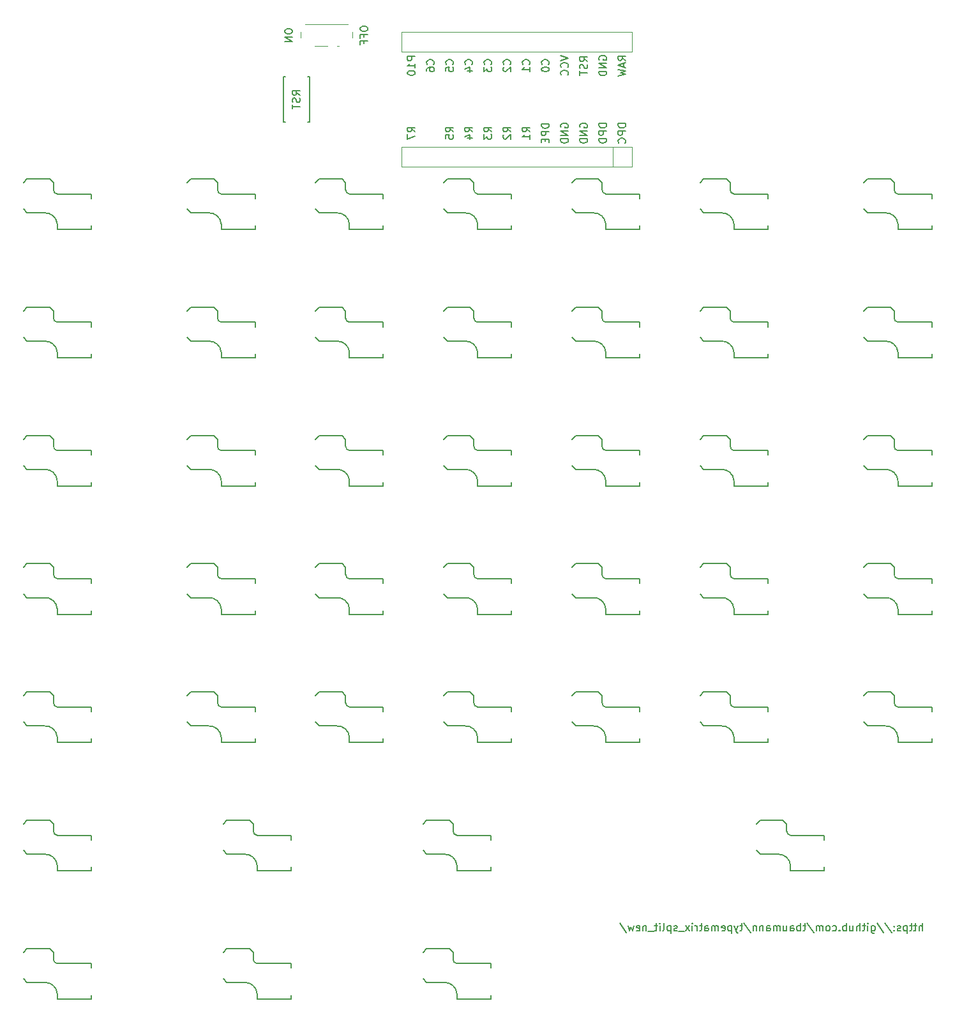
<source format=gbo>
G04 #@! TF.GenerationSoftware,KiCad,Pcbnew,8.0.4+1*
G04 #@! TF.CreationDate,2024-10-01T15:26:06+00:00*
G04 #@! TF.ProjectId,left,6c656674-2e6b-4696-9361-645f70636258,v0.2*
G04 #@! TF.SameCoordinates,Original*
G04 #@! TF.FileFunction,Legend,Bot*
G04 #@! TF.FilePolarity,Positive*
%FSLAX46Y46*%
G04 Gerber Fmt 4.6, Leading zero omitted, Abs format (unit mm)*
G04 Created by KiCad (PCBNEW 8.0.4+1) date 2024-10-01 15:26:06*
%MOMM*%
%LPD*%
G01*
G04 APERTURE LIST*
%ADD10C,0.150000*%
%ADD11C,0.120000*%
%ADD12C,1.800000*%
%ADD13O,1.800000X1.800000*%
%ADD14O,1.300000X1.850000*%
%ADD15C,2.000000*%
%ADD16C,3.100000*%
%ADD17C,3.500000*%
%ADD18C,2.100000*%
%ADD19C,1.000000*%
G04 APERTURE END LIST*
D10*
X152250001Y-123454819D02*
X152250001Y-122454819D01*
X151821430Y-123454819D02*
X151821430Y-122931009D01*
X151821430Y-122931009D02*
X151869049Y-122835771D01*
X151869049Y-122835771D02*
X151964287Y-122788152D01*
X151964287Y-122788152D02*
X152107144Y-122788152D01*
X152107144Y-122788152D02*
X152202382Y-122835771D01*
X152202382Y-122835771D02*
X152250001Y-122883390D01*
X151488096Y-122788152D02*
X151107144Y-122788152D01*
X151345239Y-122454819D02*
X151345239Y-123311961D01*
X151345239Y-123311961D02*
X151297620Y-123407200D01*
X151297620Y-123407200D02*
X151202382Y-123454819D01*
X151202382Y-123454819D02*
X151107144Y-123454819D01*
X150916667Y-122788152D02*
X150535715Y-122788152D01*
X150773810Y-122454819D02*
X150773810Y-123311961D01*
X150773810Y-123311961D02*
X150726191Y-123407200D01*
X150726191Y-123407200D02*
X150630953Y-123454819D01*
X150630953Y-123454819D02*
X150535715Y-123454819D01*
X150202381Y-122788152D02*
X150202381Y-123788152D01*
X150202381Y-122835771D02*
X150107143Y-122788152D01*
X150107143Y-122788152D02*
X149916667Y-122788152D01*
X149916667Y-122788152D02*
X149821429Y-122835771D01*
X149821429Y-122835771D02*
X149773810Y-122883390D01*
X149773810Y-122883390D02*
X149726191Y-122978628D01*
X149726191Y-122978628D02*
X149726191Y-123264342D01*
X149726191Y-123264342D02*
X149773810Y-123359580D01*
X149773810Y-123359580D02*
X149821429Y-123407200D01*
X149821429Y-123407200D02*
X149916667Y-123454819D01*
X149916667Y-123454819D02*
X150107143Y-123454819D01*
X150107143Y-123454819D02*
X150202381Y-123407200D01*
X149345238Y-123407200D02*
X149250000Y-123454819D01*
X149250000Y-123454819D02*
X149059524Y-123454819D01*
X149059524Y-123454819D02*
X148964286Y-123407200D01*
X148964286Y-123407200D02*
X148916667Y-123311961D01*
X148916667Y-123311961D02*
X148916667Y-123264342D01*
X148916667Y-123264342D02*
X148964286Y-123169104D01*
X148964286Y-123169104D02*
X149059524Y-123121485D01*
X149059524Y-123121485D02*
X149202381Y-123121485D01*
X149202381Y-123121485D02*
X149297619Y-123073866D01*
X149297619Y-123073866D02*
X149345238Y-122978628D01*
X149345238Y-122978628D02*
X149345238Y-122931009D01*
X149345238Y-122931009D02*
X149297619Y-122835771D01*
X149297619Y-122835771D02*
X149202381Y-122788152D01*
X149202381Y-122788152D02*
X149059524Y-122788152D01*
X149059524Y-122788152D02*
X148964286Y-122835771D01*
X148488095Y-123359580D02*
X148440476Y-123407200D01*
X148440476Y-123407200D02*
X148488095Y-123454819D01*
X148488095Y-123454819D02*
X148535714Y-123407200D01*
X148535714Y-123407200D02*
X148488095Y-123359580D01*
X148488095Y-123359580D02*
X148488095Y-123454819D01*
X148488095Y-122835771D02*
X148440476Y-122883390D01*
X148440476Y-122883390D02*
X148488095Y-122931009D01*
X148488095Y-122931009D02*
X148535714Y-122883390D01*
X148535714Y-122883390D02*
X148488095Y-122835771D01*
X148488095Y-122835771D02*
X148488095Y-122931009D01*
X147297620Y-122407200D02*
X148154762Y-123692914D01*
X146250001Y-122407200D02*
X147107143Y-123692914D01*
X145488096Y-122788152D02*
X145488096Y-123597676D01*
X145488096Y-123597676D02*
X145535715Y-123692914D01*
X145535715Y-123692914D02*
X145583334Y-123740533D01*
X145583334Y-123740533D02*
X145678572Y-123788152D01*
X145678572Y-123788152D02*
X145821429Y-123788152D01*
X145821429Y-123788152D02*
X145916667Y-123740533D01*
X145488096Y-123407200D02*
X145583334Y-123454819D01*
X145583334Y-123454819D02*
X145773810Y-123454819D01*
X145773810Y-123454819D02*
X145869048Y-123407200D01*
X145869048Y-123407200D02*
X145916667Y-123359580D01*
X145916667Y-123359580D02*
X145964286Y-123264342D01*
X145964286Y-123264342D02*
X145964286Y-122978628D01*
X145964286Y-122978628D02*
X145916667Y-122883390D01*
X145916667Y-122883390D02*
X145869048Y-122835771D01*
X145869048Y-122835771D02*
X145773810Y-122788152D01*
X145773810Y-122788152D02*
X145583334Y-122788152D01*
X145583334Y-122788152D02*
X145488096Y-122835771D01*
X145011905Y-123454819D02*
X145011905Y-122788152D01*
X145011905Y-122454819D02*
X145059524Y-122502438D01*
X145059524Y-122502438D02*
X145011905Y-122550057D01*
X145011905Y-122550057D02*
X144964286Y-122502438D01*
X144964286Y-122502438D02*
X145011905Y-122454819D01*
X145011905Y-122454819D02*
X145011905Y-122550057D01*
X144678572Y-122788152D02*
X144297620Y-122788152D01*
X144535715Y-122454819D02*
X144535715Y-123311961D01*
X144535715Y-123311961D02*
X144488096Y-123407200D01*
X144488096Y-123407200D02*
X144392858Y-123454819D01*
X144392858Y-123454819D02*
X144297620Y-123454819D01*
X143964286Y-123454819D02*
X143964286Y-122454819D01*
X143535715Y-123454819D02*
X143535715Y-122931009D01*
X143535715Y-122931009D02*
X143583334Y-122835771D01*
X143583334Y-122835771D02*
X143678572Y-122788152D01*
X143678572Y-122788152D02*
X143821429Y-122788152D01*
X143821429Y-122788152D02*
X143916667Y-122835771D01*
X143916667Y-122835771D02*
X143964286Y-122883390D01*
X142630953Y-122788152D02*
X142630953Y-123454819D01*
X143059524Y-122788152D02*
X143059524Y-123311961D01*
X143059524Y-123311961D02*
X143011905Y-123407200D01*
X143011905Y-123407200D02*
X142916667Y-123454819D01*
X142916667Y-123454819D02*
X142773810Y-123454819D01*
X142773810Y-123454819D02*
X142678572Y-123407200D01*
X142678572Y-123407200D02*
X142630953Y-123359580D01*
X142154762Y-123454819D02*
X142154762Y-122454819D01*
X142154762Y-122835771D02*
X142059524Y-122788152D01*
X142059524Y-122788152D02*
X141869048Y-122788152D01*
X141869048Y-122788152D02*
X141773810Y-122835771D01*
X141773810Y-122835771D02*
X141726191Y-122883390D01*
X141726191Y-122883390D02*
X141678572Y-122978628D01*
X141678572Y-122978628D02*
X141678572Y-123264342D01*
X141678572Y-123264342D02*
X141726191Y-123359580D01*
X141726191Y-123359580D02*
X141773810Y-123407200D01*
X141773810Y-123407200D02*
X141869048Y-123454819D01*
X141869048Y-123454819D02*
X142059524Y-123454819D01*
X142059524Y-123454819D02*
X142154762Y-123407200D01*
X141250000Y-123359580D02*
X141202381Y-123407200D01*
X141202381Y-123407200D02*
X141250000Y-123454819D01*
X141250000Y-123454819D02*
X141297619Y-123407200D01*
X141297619Y-123407200D02*
X141250000Y-123359580D01*
X141250000Y-123359580D02*
X141250000Y-123454819D01*
X140345239Y-123407200D02*
X140440477Y-123454819D01*
X140440477Y-123454819D02*
X140630953Y-123454819D01*
X140630953Y-123454819D02*
X140726191Y-123407200D01*
X140726191Y-123407200D02*
X140773810Y-123359580D01*
X140773810Y-123359580D02*
X140821429Y-123264342D01*
X140821429Y-123264342D02*
X140821429Y-122978628D01*
X140821429Y-122978628D02*
X140773810Y-122883390D01*
X140773810Y-122883390D02*
X140726191Y-122835771D01*
X140726191Y-122835771D02*
X140630953Y-122788152D01*
X140630953Y-122788152D02*
X140440477Y-122788152D01*
X140440477Y-122788152D02*
X140345239Y-122835771D01*
X139773810Y-123454819D02*
X139869048Y-123407200D01*
X139869048Y-123407200D02*
X139916667Y-123359580D01*
X139916667Y-123359580D02*
X139964286Y-123264342D01*
X139964286Y-123264342D02*
X139964286Y-122978628D01*
X139964286Y-122978628D02*
X139916667Y-122883390D01*
X139916667Y-122883390D02*
X139869048Y-122835771D01*
X139869048Y-122835771D02*
X139773810Y-122788152D01*
X139773810Y-122788152D02*
X139630953Y-122788152D01*
X139630953Y-122788152D02*
X139535715Y-122835771D01*
X139535715Y-122835771D02*
X139488096Y-122883390D01*
X139488096Y-122883390D02*
X139440477Y-122978628D01*
X139440477Y-122978628D02*
X139440477Y-123264342D01*
X139440477Y-123264342D02*
X139488096Y-123359580D01*
X139488096Y-123359580D02*
X139535715Y-123407200D01*
X139535715Y-123407200D02*
X139630953Y-123454819D01*
X139630953Y-123454819D02*
X139773810Y-123454819D01*
X139011905Y-123454819D02*
X139011905Y-122788152D01*
X139011905Y-122883390D02*
X138964286Y-122835771D01*
X138964286Y-122835771D02*
X138869048Y-122788152D01*
X138869048Y-122788152D02*
X138726191Y-122788152D01*
X138726191Y-122788152D02*
X138630953Y-122835771D01*
X138630953Y-122835771D02*
X138583334Y-122931009D01*
X138583334Y-122931009D02*
X138583334Y-123454819D01*
X138583334Y-122931009D02*
X138535715Y-122835771D01*
X138535715Y-122835771D02*
X138440477Y-122788152D01*
X138440477Y-122788152D02*
X138297620Y-122788152D01*
X138297620Y-122788152D02*
X138202381Y-122835771D01*
X138202381Y-122835771D02*
X138154762Y-122931009D01*
X138154762Y-122931009D02*
X138154762Y-123454819D01*
X136964287Y-122407200D02*
X137821429Y-123692914D01*
X136773810Y-122788152D02*
X136392858Y-122788152D01*
X136630953Y-122454819D02*
X136630953Y-123311961D01*
X136630953Y-123311961D02*
X136583334Y-123407200D01*
X136583334Y-123407200D02*
X136488096Y-123454819D01*
X136488096Y-123454819D02*
X136392858Y-123454819D01*
X136059524Y-123454819D02*
X136059524Y-122454819D01*
X136059524Y-122835771D02*
X135964286Y-122788152D01*
X135964286Y-122788152D02*
X135773810Y-122788152D01*
X135773810Y-122788152D02*
X135678572Y-122835771D01*
X135678572Y-122835771D02*
X135630953Y-122883390D01*
X135630953Y-122883390D02*
X135583334Y-122978628D01*
X135583334Y-122978628D02*
X135583334Y-123264342D01*
X135583334Y-123264342D02*
X135630953Y-123359580D01*
X135630953Y-123359580D02*
X135678572Y-123407200D01*
X135678572Y-123407200D02*
X135773810Y-123454819D01*
X135773810Y-123454819D02*
X135964286Y-123454819D01*
X135964286Y-123454819D02*
X136059524Y-123407200D01*
X134726191Y-123454819D02*
X134726191Y-122931009D01*
X134726191Y-122931009D02*
X134773810Y-122835771D01*
X134773810Y-122835771D02*
X134869048Y-122788152D01*
X134869048Y-122788152D02*
X135059524Y-122788152D01*
X135059524Y-122788152D02*
X135154762Y-122835771D01*
X134726191Y-123407200D02*
X134821429Y-123454819D01*
X134821429Y-123454819D02*
X135059524Y-123454819D01*
X135059524Y-123454819D02*
X135154762Y-123407200D01*
X135154762Y-123407200D02*
X135202381Y-123311961D01*
X135202381Y-123311961D02*
X135202381Y-123216723D01*
X135202381Y-123216723D02*
X135154762Y-123121485D01*
X135154762Y-123121485D02*
X135059524Y-123073866D01*
X135059524Y-123073866D02*
X134821429Y-123073866D01*
X134821429Y-123073866D02*
X134726191Y-123026247D01*
X133821429Y-122788152D02*
X133821429Y-123454819D01*
X134250000Y-122788152D02*
X134250000Y-123311961D01*
X134250000Y-123311961D02*
X134202381Y-123407200D01*
X134202381Y-123407200D02*
X134107143Y-123454819D01*
X134107143Y-123454819D02*
X133964286Y-123454819D01*
X133964286Y-123454819D02*
X133869048Y-123407200D01*
X133869048Y-123407200D02*
X133821429Y-123359580D01*
X133345238Y-123454819D02*
X133345238Y-122788152D01*
X133345238Y-122883390D02*
X133297619Y-122835771D01*
X133297619Y-122835771D02*
X133202381Y-122788152D01*
X133202381Y-122788152D02*
X133059524Y-122788152D01*
X133059524Y-122788152D02*
X132964286Y-122835771D01*
X132964286Y-122835771D02*
X132916667Y-122931009D01*
X132916667Y-122931009D02*
X132916667Y-123454819D01*
X132916667Y-122931009D02*
X132869048Y-122835771D01*
X132869048Y-122835771D02*
X132773810Y-122788152D01*
X132773810Y-122788152D02*
X132630953Y-122788152D01*
X132630953Y-122788152D02*
X132535714Y-122835771D01*
X132535714Y-122835771D02*
X132488095Y-122931009D01*
X132488095Y-122931009D02*
X132488095Y-123454819D01*
X131583334Y-123454819D02*
X131583334Y-122931009D01*
X131583334Y-122931009D02*
X131630953Y-122835771D01*
X131630953Y-122835771D02*
X131726191Y-122788152D01*
X131726191Y-122788152D02*
X131916667Y-122788152D01*
X131916667Y-122788152D02*
X132011905Y-122835771D01*
X131583334Y-123407200D02*
X131678572Y-123454819D01*
X131678572Y-123454819D02*
X131916667Y-123454819D01*
X131916667Y-123454819D02*
X132011905Y-123407200D01*
X132011905Y-123407200D02*
X132059524Y-123311961D01*
X132059524Y-123311961D02*
X132059524Y-123216723D01*
X132059524Y-123216723D02*
X132011905Y-123121485D01*
X132011905Y-123121485D02*
X131916667Y-123073866D01*
X131916667Y-123073866D02*
X131678572Y-123073866D01*
X131678572Y-123073866D02*
X131583334Y-123026247D01*
X131107143Y-122788152D02*
X131107143Y-123454819D01*
X131107143Y-122883390D02*
X131059524Y-122835771D01*
X131059524Y-122835771D02*
X130964286Y-122788152D01*
X130964286Y-122788152D02*
X130821429Y-122788152D01*
X130821429Y-122788152D02*
X130726191Y-122835771D01*
X130726191Y-122835771D02*
X130678572Y-122931009D01*
X130678572Y-122931009D02*
X130678572Y-123454819D01*
X130202381Y-122788152D02*
X130202381Y-123454819D01*
X130202381Y-122883390D02*
X130154762Y-122835771D01*
X130154762Y-122835771D02*
X130059524Y-122788152D01*
X130059524Y-122788152D02*
X129916667Y-122788152D01*
X129916667Y-122788152D02*
X129821429Y-122835771D01*
X129821429Y-122835771D02*
X129773810Y-122931009D01*
X129773810Y-122931009D02*
X129773810Y-123454819D01*
X128583334Y-122407200D02*
X129440476Y-123692914D01*
X128392857Y-122788152D02*
X128011905Y-122788152D01*
X128250000Y-122454819D02*
X128250000Y-123311961D01*
X128250000Y-123311961D02*
X128202381Y-123407200D01*
X128202381Y-123407200D02*
X128107143Y-123454819D01*
X128107143Y-123454819D02*
X128011905Y-123454819D01*
X127773809Y-122788152D02*
X127535714Y-123454819D01*
X127297619Y-122788152D02*
X127535714Y-123454819D01*
X127535714Y-123454819D02*
X127630952Y-123692914D01*
X127630952Y-123692914D02*
X127678571Y-123740533D01*
X127678571Y-123740533D02*
X127773809Y-123788152D01*
X126916666Y-122788152D02*
X126916666Y-123788152D01*
X126916666Y-122835771D02*
X126821428Y-122788152D01*
X126821428Y-122788152D02*
X126630952Y-122788152D01*
X126630952Y-122788152D02*
X126535714Y-122835771D01*
X126535714Y-122835771D02*
X126488095Y-122883390D01*
X126488095Y-122883390D02*
X126440476Y-122978628D01*
X126440476Y-122978628D02*
X126440476Y-123264342D01*
X126440476Y-123264342D02*
X126488095Y-123359580D01*
X126488095Y-123359580D02*
X126535714Y-123407200D01*
X126535714Y-123407200D02*
X126630952Y-123454819D01*
X126630952Y-123454819D02*
X126821428Y-123454819D01*
X126821428Y-123454819D02*
X126916666Y-123407200D01*
X125630952Y-123407200D02*
X125726190Y-123454819D01*
X125726190Y-123454819D02*
X125916666Y-123454819D01*
X125916666Y-123454819D02*
X126011904Y-123407200D01*
X126011904Y-123407200D02*
X126059523Y-123311961D01*
X126059523Y-123311961D02*
X126059523Y-122931009D01*
X126059523Y-122931009D02*
X126011904Y-122835771D01*
X126011904Y-122835771D02*
X125916666Y-122788152D01*
X125916666Y-122788152D02*
X125726190Y-122788152D01*
X125726190Y-122788152D02*
X125630952Y-122835771D01*
X125630952Y-122835771D02*
X125583333Y-122931009D01*
X125583333Y-122931009D02*
X125583333Y-123026247D01*
X125583333Y-123026247D02*
X126059523Y-123121485D01*
X125154761Y-123454819D02*
X125154761Y-122788152D01*
X125154761Y-122883390D02*
X125107142Y-122835771D01*
X125107142Y-122835771D02*
X125011904Y-122788152D01*
X125011904Y-122788152D02*
X124869047Y-122788152D01*
X124869047Y-122788152D02*
X124773809Y-122835771D01*
X124773809Y-122835771D02*
X124726190Y-122931009D01*
X124726190Y-122931009D02*
X124726190Y-123454819D01*
X124726190Y-122931009D02*
X124678571Y-122835771D01*
X124678571Y-122835771D02*
X124583333Y-122788152D01*
X124583333Y-122788152D02*
X124440476Y-122788152D01*
X124440476Y-122788152D02*
X124345237Y-122835771D01*
X124345237Y-122835771D02*
X124297618Y-122931009D01*
X124297618Y-122931009D02*
X124297618Y-123454819D01*
X123392857Y-123454819D02*
X123392857Y-122931009D01*
X123392857Y-122931009D02*
X123440476Y-122835771D01*
X123440476Y-122835771D02*
X123535714Y-122788152D01*
X123535714Y-122788152D02*
X123726190Y-122788152D01*
X123726190Y-122788152D02*
X123821428Y-122835771D01*
X123392857Y-123407200D02*
X123488095Y-123454819D01*
X123488095Y-123454819D02*
X123726190Y-123454819D01*
X123726190Y-123454819D02*
X123821428Y-123407200D01*
X123821428Y-123407200D02*
X123869047Y-123311961D01*
X123869047Y-123311961D02*
X123869047Y-123216723D01*
X123869047Y-123216723D02*
X123821428Y-123121485D01*
X123821428Y-123121485D02*
X123726190Y-123073866D01*
X123726190Y-123073866D02*
X123488095Y-123073866D01*
X123488095Y-123073866D02*
X123392857Y-123026247D01*
X123059523Y-122788152D02*
X122678571Y-122788152D01*
X122916666Y-122454819D02*
X122916666Y-123311961D01*
X122916666Y-123311961D02*
X122869047Y-123407200D01*
X122869047Y-123407200D02*
X122773809Y-123454819D01*
X122773809Y-123454819D02*
X122678571Y-123454819D01*
X122345237Y-123454819D02*
X122345237Y-122788152D01*
X122345237Y-122978628D02*
X122297618Y-122883390D01*
X122297618Y-122883390D02*
X122249999Y-122835771D01*
X122249999Y-122835771D02*
X122154761Y-122788152D01*
X122154761Y-122788152D02*
X122059523Y-122788152D01*
X121726189Y-123454819D02*
X121726189Y-122788152D01*
X121726189Y-122454819D02*
X121773808Y-122502438D01*
X121773808Y-122502438D02*
X121726189Y-122550057D01*
X121726189Y-122550057D02*
X121678570Y-122502438D01*
X121678570Y-122502438D02*
X121726189Y-122454819D01*
X121726189Y-122454819D02*
X121726189Y-122550057D01*
X121345237Y-123454819D02*
X120821428Y-122788152D01*
X121345237Y-122788152D02*
X120821428Y-123454819D01*
X120678571Y-123550057D02*
X119916666Y-123550057D01*
X119726189Y-123407200D02*
X119630951Y-123454819D01*
X119630951Y-123454819D02*
X119440475Y-123454819D01*
X119440475Y-123454819D02*
X119345237Y-123407200D01*
X119345237Y-123407200D02*
X119297618Y-123311961D01*
X119297618Y-123311961D02*
X119297618Y-123264342D01*
X119297618Y-123264342D02*
X119345237Y-123169104D01*
X119345237Y-123169104D02*
X119440475Y-123121485D01*
X119440475Y-123121485D02*
X119583332Y-123121485D01*
X119583332Y-123121485D02*
X119678570Y-123073866D01*
X119678570Y-123073866D02*
X119726189Y-122978628D01*
X119726189Y-122978628D02*
X119726189Y-122931009D01*
X119726189Y-122931009D02*
X119678570Y-122835771D01*
X119678570Y-122835771D02*
X119583332Y-122788152D01*
X119583332Y-122788152D02*
X119440475Y-122788152D01*
X119440475Y-122788152D02*
X119345237Y-122835771D01*
X118869046Y-122788152D02*
X118869046Y-123788152D01*
X118869046Y-122835771D02*
X118773808Y-122788152D01*
X118773808Y-122788152D02*
X118583332Y-122788152D01*
X118583332Y-122788152D02*
X118488094Y-122835771D01*
X118488094Y-122835771D02*
X118440475Y-122883390D01*
X118440475Y-122883390D02*
X118392856Y-122978628D01*
X118392856Y-122978628D02*
X118392856Y-123264342D01*
X118392856Y-123264342D02*
X118440475Y-123359580D01*
X118440475Y-123359580D02*
X118488094Y-123407200D01*
X118488094Y-123407200D02*
X118583332Y-123454819D01*
X118583332Y-123454819D02*
X118773808Y-123454819D01*
X118773808Y-123454819D02*
X118869046Y-123407200D01*
X117821427Y-123454819D02*
X117916665Y-123407200D01*
X117916665Y-123407200D02*
X117964284Y-123311961D01*
X117964284Y-123311961D02*
X117964284Y-122454819D01*
X117440474Y-123454819D02*
X117440474Y-122788152D01*
X117440474Y-122454819D02*
X117488093Y-122502438D01*
X117488093Y-122502438D02*
X117440474Y-122550057D01*
X117440474Y-122550057D02*
X117392855Y-122502438D01*
X117392855Y-122502438D02*
X117440474Y-122454819D01*
X117440474Y-122454819D02*
X117440474Y-122550057D01*
X117107141Y-122788152D02*
X116726189Y-122788152D01*
X116964284Y-122454819D02*
X116964284Y-123311961D01*
X116964284Y-123311961D02*
X116916665Y-123407200D01*
X116916665Y-123407200D02*
X116821427Y-123454819D01*
X116821427Y-123454819D02*
X116726189Y-123454819D01*
X116630951Y-123550057D02*
X115869046Y-123550057D01*
X115630950Y-122788152D02*
X115630950Y-123454819D01*
X115630950Y-122883390D02*
X115583331Y-122835771D01*
X115583331Y-122835771D02*
X115488093Y-122788152D01*
X115488093Y-122788152D02*
X115345236Y-122788152D01*
X115345236Y-122788152D02*
X115249998Y-122835771D01*
X115249998Y-122835771D02*
X115202379Y-122931009D01*
X115202379Y-122931009D02*
X115202379Y-123454819D01*
X114345236Y-123407200D02*
X114440474Y-123454819D01*
X114440474Y-123454819D02*
X114630950Y-123454819D01*
X114630950Y-123454819D02*
X114726188Y-123407200D01*
X114726188Y-123407200D02*
X114773807Y-123311961D01*
X114773807Y-123311961D02*
X114773807Y-122931009D01*
X114773807Y-122931009D02*
X114726188Y-122835771D01*
X114726188Y-122835771D02*
X114630950Y-122788152D01*
X114630950Y-122788152D02*
X114440474Y-122788152D01*
X114440474Y-122788152D02*
X114345236Y-122835771D01*
X114345236Y-122835771D02*
X114297617Y-122931009D01*
X114297617Y-122931009D02*
X114297617Y-123026247D01*
X114297617Y-123026247D02*
X114773807Y-123121485D01*
X113964283Y-122788152D02*
X113773807Y-123454819D01*
X113773807Y-123454819D02*
X113583331Y-122978628D01*
X113583331Y-122978628D02*
X113392855Y-123454819D01*
X113392855Y-123454819D02*
X113202379Y-122788152D01*
X112107141Y-122407200D02*
X112964283Y-123692914D01*
X104274819Y-7446667D02*
X105274819Y-7780000D01*
X105274819Y-7780000D02*
X104274819Y-8113333D01*
X105179580Y-9018095D02*
X105227200Y-8970476D01*
X105227200Y-8970476D02*
X105274819Y-8827619D01*
X105274819Y-8827619D02*
X105274819Y-8732381D01*
X105274819Y-8732381D02*
X105227200Y-8589524D01*
X105227200Y-8589524D02*
X105131961Y-8494286D01*
X105131961Y-8494286D02*
X105036723Y-8446667D01*
X105036723Y-8446667D02*
X104846247Y-8399048D01*
X104846247Y-8399048D02*
X104703390Y-8399048D01*
X104703390Y-8399048D02*
X104512914Y-8446667D01*
X104512914Y-8446667D02*
X104417676Y-8494286D01*
X104417676Y-8494286D02*
X104322438Y-8589524D01*
X104322438Y-8589524D02*
X104274819Y-8732381D01*
X104274819Y-8732381D02*
X104274819Y-8827619D01*
X104274819Y-8827619D02*
X104322438Y-8970476D01*
X104322438Y-8970476D02*
X104370057Y-9018095D01*
X105179580Y-10018095D02*
X105227200Y-9970476D01*
X105227200Y-9970476D02*
X105274819Y-9827619D01*
X105274819Y-9827619D02*
X105274819Y-9732381D01*
X105274819Y-9732381D02*
X105227200Y-9589524D01*
X105227200Y-9589524D02*
X105131961Y-9494286D01*
X105131961Y-9494286D02*
X105036723Y-9446667D01*
X105036723Y-9446667D02*
X104846247Y-9399048D01*
X104846247Y-9399048D02*
X104703390Y-9399048D01*
X104703390Y-9399048D02*
X104512914Y-9446667D01*
X104512914Y-9446667D02*
X104417676Y-9494286D01*
X104417676Y-9494286D02*
X104322438Y-9589524D01*
X104322438Y-9589524D02*
X104274819Y-9732381D01*
X104274819Y-9732381D02*
X104274819Y-9827619D01*
X104274819Y-9827619D02*
X104322438Y-9970476D01*
X104322438Y-9970476D02*
X104370057Y-10018095D01*
X112894819Y-8089523D02*
X112418628Y-7756190D01*
X112894819Y-7518095D02*
X111894819Y-7518095D01*
X111894819Y-7518095D02*
X111894819Y-7899047D01*
X111894819Y-7899047D02*
X111942438Y-7994285D01*
X111942438Y-7994285D02*
X111990057Y-8041904D01*
X111990057Y-8041904D02*
X112085295Y-8089523D01*
X112085295Y-8089523D02*
X112228152Y-8089523D01*
X112228152Y-8089523D02*
X112323390Y-8041904D01*
X112323390Y-8041904D02*
X112371009Y-7994285D01*
X112371009Y-7994285D02*
X112418628Y-7899047D01*
X112418628Y-7899047D02*
X112418628Y-7518095D01*
X112609104Y-8470476D02*
X112609104Y-8946666D01*
X112894819Y-8375238D02*
X111894819Y-8708571D01*
X111894819Y-8708571D02*
X112894819Y-9041904D01*
X111894819Y-9280000D02*
X112894819Y-9518095D01*
X112894819Y-9518095D02*
X112180533Y-9708571D01*
X112180533Y-9708571D02*
X112894819Y-9899047D01*
X112894819Y-9899047D02*
X111894819Y-10137143D01*
X92574819Y-17553333D02*
X92098628Y-17220000D01*
X92574819Y-16981905D02*
X91574819Y-16981905D01*
X91574819Y-16981905D02*
X91574819Y-17362857D01*
X91574819Y-17362857D02*
X91622438Y-17458095D01*
X91622438Y-17458095D02*
X91670057Y-17505714D01*
X91670057Y-17505714D02*
X91765295Y-17553333D01*
X91765295Y-17553333D02*
X91908152Y-17553333D01*
X91908152Y-17553333D02*
X92003390Y-17505714D01*
X92003390Y-17505714D02*
X92051009Y-17458095D01*
X92051009Y-17458095D02*
X92098628Y-17362857D01*
X92098628Y-17362857D02*
X92098628Y-16981905D01*
X91908152Y-18410476D02*
X92574819Y-18410476D01*
X91527200Y-18172381D02*
X92241485Y-17934286D01*
X92241485Y-17934286D02*
X92241485Y-18553333D01*
X109402438Y-8018095D02*
X109354819Y-7922857D01*
X109354819Y-7922857D02*
X109354819Y-7780000D01*
X109354819Y-7780000D02*
X109402438Y-7637143D01*
X109402438Y-7637143D02*
X109497676Y-7541905D01*
X109497676Y-7541905D02*
X109592914Y-7494286D01*
X109592914Y-7494286D02*
X109783390Y-7446667D01*
X109783390Y-7446667D02*
X109926247Y-7446667D01*
X109926247Y-7446667D02*
X110116723Y-7494286D01*
X110116723Y-7494286D02*
X110211961Y-7541905D01*
X110211961Y-7541905D02*
X110307200Y-7637143D01*
X110307200Y-7637143D02*
X110354819Y-7780000D01*
X110354819Y-7780000D02*
X110354819Y-7875238D01*
X110354819Y-7875238D02*
X110307200Y-8018095D01*
X110307200Y-8018095D02*
X110259580Y-8065714D01*
X110259580Y-8065714D02*
X109926247Y-8065714D01*
X109926247Y-8065714D02*
X109926247Y-7875238D01*
X110354819Y-8494286D02*
X109354819Y-8494286D01*
X109354819Y-8494286D02*
X110354819Y-9065714D01*
X110354819Y-9065714D02*
X109354819Y-9065714D01*
X110354819Y-9541905D02*
X109354819Y-9541905D01*
X109354819Y-9541905D02*
X109354819Y-9780000D01*
X109354819Y-9780000D02*
X109402438Y-9922857D01*
X109402438Y-9922857D02*
X109497676Y-10018095D01*
X109497676Y-10018095D02*
X109592914Y-10065714D01*
X109592914Y-10065714D02*
X109783390Y-10113333D01*
X109783390Y-10113333D02*
X109926247Y-10113333D01*
X109926247Y-10113333D02*
X110116723Y-10065714D01*
X110116723Y-10065714D02*
X110211961Y-10018095D01*
X110211961Y-10018095D02*
X110307200Y-9922857D01*
X110307200Y-9922857D02*
X110354819Y-9780000D01*
X110354819Y-9780000D02*
X110354819Y-9541905D01*
X106862438Y-16958095D02*
X106814819Y-16862857D01*
X106814819Y-16862857D02*
X106814819Y-16720000D01*
X106814819Y-16720000D02*
X106862438Y-16577143D01*
X106862438Y-16577143D02*
X106957676Y-16481905D01*
X106957676Y-16481905D02*
X107052914Y-16434286D01*
X107052914Y-16434286D02*
X107243390Y-16386667D01*
X107243390Y-16386667D02*
X107386247Y-16386667D01*
X107386247Y-16386667D02*
X107576723Y-16434286D01*
X107576723Y-16434286D02*
X107671961Y-16481905D01*
X107671961Y-16481905D02*
X107767200Y-16577143D01*
X107767200Y-16577143D02*
X107814819Y-16720000D01*
X107814819Y-16720000D02*
X107814819Y-16815238D01*
X107814819Y-16815238D02*
X107767200Y-16958095D01*
X107767200Y-16958095D02*
X107719580Y-17005714D01*
X107719580Y-17005714D02*
X107386247Y-17005714D01*
X107386247Y-17005714D02*
X107386247Y-16815238D01*
X107814819Y-17434286D02*
X106814819Y-17434286D01*
X106814819Y-17434286D02*
X107814819Y-18005714D01*
X107814819Y-18005714D02*
X106814819Y-18005714D01*
X107814819Y-18481905D02*
X106814819Y-18481905D01*
X106814819Y-18481905D02*
X106814819Y-18720000D01*
X106814819Y-18720000D02*
X106862438Y-18862857D01*
X106862438Y-18862857D02*
X106957676Y-18958095D01*
X106957676Y-18958095D02*
X107052914Y-19005714D01*
X107052914Y-19005714D02*
X107243390Y-19053333D01*
X107243390Y-19053333D02*
X107386247Y-19053333D01*
X107386247Y-19053333D02*
X107576723Y-19005714D01*
X107576723Y-19005714D02*
X107671961Y-18958095D01*
X107671961Y-18958095D02*
X107767200Y-18862857D01*
X107767200Y-18862857D02*
X107814819Y-18720000D01*
X107814819Y-18720000D02*
X107814819Y-18481905D01*
X84954819Y-7565714D02*
X83954819Y-7565714D01*
X83954819Y-7565714D02*
X83954819Y-7946666D01*
X83954819Y-7946666D02*
X84002438Y-8041904D01*
X84002438Y-8041904D02*
X84050057Y-8089523D01*
X84050057Y-8089523D02*
X84145295Y-8137142D01*
X84145295Y-8137142D02*
X84288152Y-8137142D01*
X84288152Y-8137142D02*
X84383390Y-8089523D01*
X84383390Y-8089523D02*
X84431009Y-8041904D01*
X84431009Y-8041904D02*
X84478628Y-7946666D01*
X84478628Y-7946666D02*
X84478628Y-7565714D01*
X84954819Y-9089523D02*
X84954819Y-8518095D01*
X84954819Y-8803809D02*
X83954819Y-8803809D01*
X83954819Y-8803809D02*
X84097676Y-8708571D01*
X84097676Y-8708571D02*
X84192914Y-8613333D01*
X84192914Y-8613333D02*
X84240533Y-8518095D01*
X83954819Y-9708571D02*
X83954819Y-9803809D01*
X83954819Y-9803809D02*
X84002438Y-9899047D01*
X84002438Y-9899047D02*
X84050057Y-9946666D01*
X84050057Y-9946666D02*
X84145295Y-9994285D01*
X84145295Y-9994285D02*
X84335771Y-10041904D01*
X84335771Y-10041904D02*
X84573866Y-10041904D01*
X84573866Y-10041904D02*
X84764342Y-9994285D01*
X84764342Y-9994285D02*
X84859580Y-9946666D01*
X84859580Y-9946666D02*
X84907200Y-9899047D01*
X84907200Y-9899047D02*
X84954819Y-9803809D01*
X84954819Y-9803809D02*
X84954819Y-9708571D01*
X84954819Y-9708571D02*
X84907200Y-9613333D01*
X84907200Y-9613333D02*
X84859580Y-9565714D01*
X84859580Y-9565714D02*
X84764342Y-9518095D01*
X84764342Y-9518095D02*
X84573866Y-9470476D01*
X84573866Y-9470476D02*
X84335771Y-9470476D01*
X84335771Y-9470476D02*
X84145295Y-9518095D01*
X84145295Y-9518095D02*
X84050057Y-9565714D01*
X84050057Y-9565714D02*
X84002438Y-9613333D01*
X84002438Y-9613333D02*
X83954819Y-9708571D01*
X97559580Y-8613333D02*
X97607200Y-8565714D01*
X97607200Y-8565714D02*
X97654819Y-8422857D01*
X97654819Y-8422857D02*
X97654819Y-8327619D01*
X97654819Y-8327619D02*
X97607200Y-8184762D01*
X97607200Y-8184762D02*
X97511961Y-8089524D01*
X97511961Y-8089524D02*
X97416723Y-8041905D01*
X97416723Y-8041905D02*
X97226247Y-7994286D01*
X97226247Y-7994286D02*
X97083390Y-7994286D01*
X97083390Y-7994286D02*
X96892914Y-8041905D01*
X96892914Y-8041905D02*
X96797676Y-8089524D01*
X96797676Y-8089524D02*
X96702438Y-8184762D01*
X96702438Y-8184762D02*
X96654819Y-8327619D01*
X96654819Y-8327619D02*
X96654819Y-8422857D01*
X96654819Y-8422857D02*
X96702438Y-8565714D01*
X96702438Y-8565714D02*
X96750057Y-8613333D01*
X96750057Y-8994286D02*
X96702438Y-9041905D01*
X96702438Y-9041905D02*
X96654819Y-9137143D01*
X96654819Y-9137143D02*
X96654819Y-9375238D01*
X96654819Y-9375238D02*
X96702438Y-9470476D01*
X96702438Y-9470476D02*
X96750057Y-9518095D01*
X96750057Y-9518095D02*
X96845295Y-9565714D01*
X96845295Y-9565714D02*
X96940533Y-9565714D01*
X96940533Y-9565714D02*
X97083390Y-9518095D01*
X97083390Y-9518095D02*
X97654819Y-8946667D01*
X97654819Y-8946667D02*
X97654819Y-9565714D01*
X102734819Y-16505714D02*
X101734819Y-16505714D01*
X101734819Y-16505714D02*
X101734819Y-16743809D01*
X101734819Y-16743809D02*
X101782438Y-16886666D01*
X101782438Y-16886666D02*
X101877676Y-16981904D01*
X101877676Y-16981904D02*
X101972914Y-17029523D01*
X101972914Y-17029523D02*
X102163390Y-17077142D01*
X102163390Y-17077142D02*
X102306247Y-17077142D01*
X102306247Y-17077142D02*
X102496723Y-17029523D01*
X102496723Y-17029523D02*
X102591961Y-16981904D01*
X102591961Y-16981904D02*
X102687200Y-16886666D01*
X102687200Y-16886666D02*
X102734819Y-16743809D01*
X102734819Y-16743809D02*
X102734819Y-16505714D01*
X102734819Y-17505714D02*
X101734819Y-17505714D01*
X101734819Y-17505714D02*
X101734819Y-17886666D01*
X101734819Y-17886666D02*
X101782438Y-17981904D01*
X101782438Y-17981904D02*
X101830057Y-18029523D01*
X101830057Y-18029523D02*
X101925295Y-18077142D01*
X101925295Y-18077142D02*
X102068152Y-18077142D01*
X102068152Y-18077142D02*
X102163390Y-18029523D01*
X102163390Y-18029523D02*
X102211009Y-17981904D01*
X102211009Y-17981904D02*
X102258628Y-17886666D01*
X102258628Y-17886666D02*
X102258628Y-17505714D01*
X102211009Y-18505714D02*
X102211009Y-18839047D01*
X102734819Y-18981904D02*
X102734819Y-18505714D01*
X102734819Y-18505714D02*
X101734819Y-18505714D01*
X101734819Y-18505714D02*
X101734819Y-18981904D01*
X97654819Y-17553333D02*
X97178628Y-17220000D01*
X97654819Y-16981905D02*
X96654819Y-16981905D01*
X96654819Y-16981905D02*
X96654819Y-17362857D01*
X96654819Y-17362857D02*
X96702438Y-17458095D01*
X96702438Y-17458095D02*
X96750057Y-17505714D01*
X96750057Y-17505714D02*
X96845295Y-17553333D01*
X96845295Y-17553333D02*
X96988152Y-17553333D01*
X96988152Y-17553333D02*
X97083390Y-17505714D01*
X97083390Y-17505714D02*
X97131009Y-17458095D01*
X97131009Y-17458095D02*
X97178628Y-17362857D01*
X97178628Y-17362857D02*
X97178628Y-16981905D01*
X96750057Y-17934286D02*
X96702438Y-17981905D01*
X96702438Y-17981905D02*
X96654819Y-18077143D01*
X96654819Y-18077143D02*
X96654819Y-18315238D01*
X96654819Y-18315238D02*
X96702438Y-18410476D01*
X96702438Y-18410476D02*
X96750057Y-18458095D01*
X96750057Y-18458095D02*
X96845295Y-18505714D01*
X96845295Y-18505714D02*
X96940533Y-18505714D01*
X96940533Y-18505714D02*
X97083390Y-18458095D01*
X97083390Y-18458095D02*
X97654819Y-17886667D01*
X97654819Y-17886667D02*
X97654819Y-18505714D01*
X84954819Y-17553333D02*
X84478628Y-17220000D01*
X84954819Y-16981905D02*
X83954819Y-16981905D01*
X83954819Y-16981905D02*
X83954819Y-17362857D01*
X83954819Y-17362857D02*
X84002438Y-17458095D01*
X84002438Y-17458095D02*
X84050057Y-17505714D01*
X84050057Y-17505714D02*
X84145295Y-17553333D01*
X84145295Y-17553333D02*
X84288152Y-17553333D01*
X84288152Y-17553333D02*
X84383390Y-17505714D01*
X84383390Y-17505714D02*
X84431009Y-17458095D01*
X84431009Y-17458095D02*
X84478628Y-17362857D01*
X84478628Y-17362857D02*
X84478628Y-16981905D01*
X83954819Y-17886667D02*
X83954819Y-18553333D01*
X83954819Y-18553333D02*
X84954819Y-18124762D01*
X95019580Y-8613333D02*
X95067200Y-8565714D01*
X95067200Y-8565714D02*
X95114819Y-8422857D01*
X95114819Y-8422857D02*
X95114819Y-8327619D01*
X95114819Y-8327619D02*
X95067200Y-8184762D01*
X95067200Y-8184762D02*
X94971961Y-8089524D01*
X94971961Y-8089524D02*
X94876723Y-8041905D01*
X94876723Y-8041905D02*
X94686247Y-7994286D01*
X94686247Y-7994286D02*
X94543390Y-7994286D01*
X94543390Y-7994286D02*
X94352914Y-8041905D01*
X94352914Y-8041905D02*
X94257676Y-8089524D01*
X94257676Y-8089524D02*
X94162438Y-8184762D01*
X94162438Y-8184762D02*
X94114819Y-8327619D01*
X94114819Y-8327619D02*
X94114819Y-8422857D01*
X94114819Y-8422857D02*
X94162438Y-8565714D01*
X94162438Y-8565714D02*
X94210057Y-8613333D01*
X94114819Y-8946667D02*
X94114819Y-9565714D01*
X94114819Y-9565714D02*
X94495771Y-9232381D01*
X94495771Y-9232381D02*
X94495771Y-9375238D01*
X94495771Y-9375238D02*
X94543390Y-9470476D01*
X94543390Y-9470476D02*
X94591009Y-9518095D01*
X94591009Y-9518095D02*
X94686247Y-9565714D01*
X94686247Y-9565714D02*
X94924342Y-9565714D01*
X94924342Y-9565714D02*
X95019580Y-9518095D01*
X95019580Y-9518095D02*
X95067200Y-9470476D01*
X95067200Y-9470476D02*
X95114819Y-9375238D01*
X95114819Y-9375238D02*
X95114819Y-9089524D01*
X95114819Y-9089524D02*
X95067200Y-8994286D01*
X95067200Y-8994286D02*
X95019580Y-8946667D01*
X95114819Y-17553333D02*
X94638628Y-17220000D01*
X95114819Y-16981905D02*
X94114819Y-16981905D01*
X94114819Y-16981905D02*
X94114819Y-17362857D01*
X94114819Y-17362857D02*
X94162438Y-17458095D01*
X94162438Y-17458095D02*
X94210057Y-17505714D01*
X94210057Y-17505714D02*
X94305295Y-17553333D01*
X94305295Y-17553333D02*
X94448152Y-17553333D01*
X94448152Y-17553333D02*
X94543390Y-17505714D01*
X94543390Y-17505714D02*
X94591009Y-17458095D01*
X94591009Y-17458095D02*
X94638628Y-17362857D01*
X94638628Y-17362857D02*
X94638628Y-16981905D01*
X94114819Y-17886667D02*
X94114819Y-18505714D01*
X94114819Y-18505714D02*
X94495771Y-18172381D01*
X94495771Y-18172381D02*
X94495771Y-18315238D01*
X94495771Y-18315238D02*
X94543390Y-18410476D01*
X94543390Y-18410476D02*
X94591009Y-18458095D01*
X94591009Y-18458095D02*
X94686247Y-18505714D01*
X94686247Y-18505714D02*
X94924342Y-18505714D01*
X94924342Y-18505714D02*
X95019580Y-18458095D01*
X95019580Y-18458095D02*
X95067200Y-18410476D01*
X95067200Y-18410476D02*
X95114819Y-18315238D01*
X95114819Y-18315238D02*
X95114819Y-18029524D01*
X95114819Y-18029524D02*
X95067200Y-17934286D01*
X95067200Y-17934286D02*
X95019580Y-17886667D01*
X102639580Y-8613333D02*
X102687200Y-8565714D01*
X102687200Y-8565714D02*
X102734819Y-8422857D01*
X102734819Y-8422857D02*
X102734819Y-8327619D01*
X102734819Y-8327619D02*
X102687200Y-8184762D01*
X102687200Y-8184762D02*
X102591961Y-8089524D01*
X102591961Y-8089524D02*
X102496723Y-8041905D01*
X102496723Y-8041905D02*
X102306247Y-7994286D01*
X102306247Y-7994286D02*
X102163390Y-7994286D01*
X102163390Y-7994286D02*
X101972914Y-8041905D01*
X101972914Y-8041905D02*
X101877676Y-8089524D01*
X101877676Y-8089524D02*
X101782438Y-8184762D01*
X101782438Y-8184762D02*
X101734819Y-8327619D01*
X101734819Y-8327619D02*
X101734819Y-8422857D01*
X101734819Y-8422857D02*
X101782438Y-8565714D01*
X101782438Y-8565714D02*
X101830057Y-8613333D01*
X101734819Y-9232381D02*
X101734819Y-9327619D01*
X101734819Y-9327619D02*
X101782438Y-9422857D01*
X101782438Y-9422857D02*
X101830057Y-9470476D01*
X101830057Y-9470476D02*
X101925295Y-9518095D01*
X101925295Y-9518095D02*
X102115771Y-9565714D01*
X102115771Y-9565714D02*
X102353866Y-9565714D01*
X102353866Y-9565714D02*
X102544342Y-9518095D01*
X102544342Y-9518095D02*
X102639580Y-9470476D01*
X102639580Y-9470476D02*
X102687200Y-9422857D01*
X102687200Y-9422857D02*
X102734819Y-9327619D01*
X102734819Y-9327619D02*
X102734819Y-9232381D01*
X102734819Y-9232381D02*
X102687200Y-9137143D01*
X102687200Y-9137143D02*
X102639580Y-9089524D01*
X102639580Y-9089524D02*
X102544342Y-9041905D01*
X102544342Y-9041905D02*
X102353866Y-8994286D01*
X102353866Y-8994286D02*
X102115771Y-8994286D01*
X102115771Y-8994286D02*
X101925295Y-9041905D01*
X101925295Y-9041905D02*
X101830057Y-9089524D01*
X101830057Y-9089524D02*
X101782438Y-9137143D01*
X101782438Y-9137143D02*
X101734819Y-9232381D01*
X100099580Y-8613333D02*
X100147200Y-8565714D01*
X100147200Y-8565714D02*
X100194819Y-8422857D01*
X100194819Y-8422857D02*
X100194819Y-8327619D01*
X100194819Y-8327619D02*
X100147200Y-8184762D01*
X100147200Y-8184762D02*
X100051961Y-8089524D01*
X100051961Y-8089524D02*
X99956723Y-8041905D01*
X99956723Y-8041905D02*
X99766247Y-7994286D01*
X99766247Y-7994286D02*
X99623390Y-7994286D01*
X99623390Y-7994286D02*
X99432914Y-8041905D01*
X99432914Y-8041905D02*
X99337676Y-8089524D01*
X99337676Y-8089524D02*
X99242438Y-8184762D01*
X99242438Y-8184762D02*
X99194819Y-8327619D01*
X99194819Y-8327619D02*
X99194819Y-8422857D01*
X99194819Y-8422857D02*
X99242438Y-8565714D01*
X99242438Y-8565714D02*
X99290057Y-8613333D01*
X100194819Y-9565714D02*
X100194819Y-8994286D01*
X100194819Y-9280000D02*
X99194819Y-9280000D01*
X99194819Y-9280000D02*
X99337676Y-9184762D01*
X99337676Y-9184762D02*
X99432914Y-9089524D01*
X99432914Y-9089524D02*
X99480533Y-8994286D01*
X89939580Y-8613333D02*
X89987200Y-8565714D01*
X89987200Y-8565714D02*
X90034819Y-8422857D01*
X90034819Y-8422857D02*
X90034819Y-8327619D01*
X90034819Y-8327619D02*
X89987200Y-8184762D01*
X89987200Y-8184762D02*
X89891961Y-8089524D01*
X89891961Y-8089524D02*
X89796723Y-8041905D01*
X89796723Y-8041905D02*
X89606247Y-7994286D01*
X89606247Y-7994286D02*
X89463390Y-7994286D01*
X89463390Y-7994286D02*
X89272914Y-8041905D01*
X89272914Y-8041905D02*
X89177676Y-8089524D01*
X89177676Y-8089524D02*
X89082438Y-8184762D01*
X89082438Y-8184762D02*
X89034819Y-8327619D01*
X89034819Y-8327619D02*
X89034819Y-8422857D01*
X89034819Y-8422857D02*
X89082438Y-8565714D01*
X89082438Y-8565714D02*
X89130057Y-8613333D01*
X89034819Y-9518095D02*
X89034819Y-9041905D01*
X89034819Y-9041905D02*
X89511009Y-8994286D01*
X89511009Y-8994286D02*
X89463390Y-9041905D01*
X89463390Y-9041905D02*
X89415771Y-9137143D01*
X89415771Y-9137143D02*
X89415771Y-9375238D01*
X89415771Y-9375238D02*
X89463390Y-9470476D01*
X89463390Y-9470476D02*
X89511009Y-9518095D01*
X89511009Y-9518095D02*
X89606247Y-9565714D01*
X89606247Y-9565714D02*
X89844342Y-9565714D01*
X89844342Y-9565714D02*
X89939580Y-9518095D01*
X89939580Y-9518095D02*
X89987200Y-9470476D01*
X89987200Y-9470476D02*
X90034819Y-9375238D01*
X90034819Y-9375238D02*
X90034819Y-9137143D01*
X90034819Y-9137143D02*
X89987200Y-9041905D01*
X89987200Y-9041905D02*
X89939580Y-8994286D01*
X87399580Y-8613333D02*
X87447200Y-8565714D01*
X87447200Y-8565714D02*
X87494819Y-8422857D01*
X87494819Y-8422857D02*
X87494819Y-8327619D01*
X87494819Y-8327619D02*
X87447200Y-8184762D01*
X87447200Y-8184762D02*
X87351961Y-8089524D01*
X87351961Y-8089524D02*
X87256723Y-8041905D01*
X87256723Y-8041905D02*
X87066247Y-7994286D01*
X87066247Y-7994286D02*
X86923390Y-7994286D01*
X86923390Y-7994286D02*
X86732914Y-8041905D01*
X86732914Y-8041905D02*
X86637676Y-8089524D01*
X86637676Y-8089524D02*
X86542438Y-8184762D01*
X86542438Y-8184762D02*
X86494819Y-8327619D01*
X86494819Y-8327619D02*
X86494819Y-8422857D01*
X86494819Y-8422857D02*
X86542438Y-8565714D01*
X86542438Y-8565714D02*
X86590057Y-8613333D01*
X86494819Y-9470476D02*
X86494819Y-9280000D01*
X86494819Y-9280000D02*
X86542438Y-9184762D01*
X86542438Y-9184762D02*
X86590057Y-9137143D01*
X86590057Y-9137143D02*
X86732914Y-9041905D01*
X86732914Y-9041905D02*
X86923390Y-8994286D01*
X86923390Y-8994286D02*
X87304342Y-8994286D01*
X87304342Y-8994286D02*
X87399580Y-9041905D01*
X87399580Y-9041905D02*
X87447200Y-9089524D01*
X87447200Y-9089524D02*
X87494819Y-9184762D01*
X87494819Y-9184762D02*
X87494819Y-9375238D01*
X87494819Y-9375238D02*
X87447200Y-9470476D01*
X87447200Y-9470476D02*
X87399580Y-9518095D01*
X87399580Y-9518095D02*
X87304342Y-9565714D01*
X87304342Y-9565714D02*
X87066247Y-9565714D01*
X87066247Y-9565714D02*
X86971009Y-9518095D01*
X86971009Y-9518095D02*
X86923390Y-9470476D01*
X86923390Y-9470476D02*
X86875771Y-9375238D01*
X86875771Y-9375238D02*
X86875771Y-9184762D01*
X86875771Y-9184762D02*
X86923390Y-9089524D01*
X86923390Y-9089524D02*
X86971009Y-9041905D01*
X86971009Y-9041905D02*
X87066247Y-8994286D01*
X90034819Y-17553333D02*
X89558628Y-17220000D01*
X90034819Y-16981905D02*
X89034819Y-16981905D01*
X89034819Y-16981905D02*
X89034819Y-17362857D01*
X89034819Y-17362857D02*
X89082438Y-17458095D01*
X89082438Y-17458095D02*
X89130057Y-17505714D01*
X89130057Y-17505714D02*
X89225295Y-17553333D01*
X89225295Y-17553333D02*
X89368152Y-17553333D01*
X89368152Y-17553333D02*
X89463390Y-17505714D01*
X89463390Y-17505714D02*
X89511009Y-17458095D01*
X89511009Y-17458095D02*
X89558628Y-17362857D01*
X89558628Y-17362857D02*
X89558628Y-16981905D01*
X89034819Y-18458095D02*
X89034819Y-17981905D01*
X89034819Y-17981905D02*
X89511009Y-17934286D01*
X89511009Y-17934286D02*
X89463390Y-17981905D01*
X89463390Y-17981905D02*
X89415771Y-18077143D01*
X89415771Y-18077143D02*
X89415771Y-18315238D01*
X89415771Y-18315238D02*
X89463390Y-18410476D01*
X89463390Y-18410476D02*
X89511009Y-18458095D01*
X89511009Y-18458095D02*
X89606247Y-18505714D01*
X89606247Y-18505714D02*
X89844342Y-18505714D01*
X89844342Y-18505714D02*
X89939580Y-18458095D01*
X89939580Y-18458095D02*
X89987200Y-18410476D01*
X89987200Y-18410476D02*
X90034819Y-18315238D01*
X90034819Y-18315238D02*
X90034819Y-18077143D01*
X90034819Y-18077143D02*
X89987200Y-17981905D01*
X89987200Y-17981905D02*
X89939580Y-17934286D01*
X100194819Y-17553333D02*
X99718628Y-17220000D01*
X100194819Y-16981905D02*
X99194819Y-16981905D01*
X99194819Y-16981905D02*
X99194819Y-17362857D01*
X99194819Y-17362857D02*
X99242438Y-17458095D01*
X99242438Y-17458095D02*
X99290057Y-17505714D01*
X99290057Y-17505714D02*
X99385295Y-17553333D01*
X99385295Y-17553333D02*
X99528152Y-17553333D01*
X99528152Y-17553333D02*
X99623390Y-17505714D01*
X99623390Y-17505714D02*
X99671009Y-17458095D01*
X99671009Y-17458095D02*
X99718628Y-17362857D01*
X99718628Y-17362857D02*
X99718628Y-16981905D01*
X100194819Y-18505714D02*
X100194819Y-17934286D01*
X100194819Y-18220000D02*
X99194819Y-18220000D01*
X99194819Y-18220000D02*
X99337676Y-18124762D01*
X99337676Y-18124762D02*
X99432914Y-18029524D01*
X99432914Y-18029524D02*
X99480533Y-17934286D01*
X92479580Y-8613333D02*
X92527200Y-8565714D01*
X92527200Y-8565714D02*
X92574819Y-8422857D01*
X92574819Y-8422857D02*
X92574819Y-8327619D01*
X92574819Y-8327619D02*
X92527200Y-8184762D01*
X92527200Y-8184762D02*
X92431961Y-8089524D01*
X92431961Y-8089524D02*
X92336723Y-8041905D01*
X92336723Y-8041905D02*
X92146247Y-7994286D01*
X92146247Y-7994286D02*
X92003390Y-7994286D01*
X92003390Y-7994286D02*
X91812914Y-8041905D01*
X91812914Y-8041905D02*
X91717676Y-8089524D01*
X91717676Y-8089524D02*
X91622438Y-8184762D01*
X91622438Y-8184762D02*
X91574819Y-8327619D01*
X91574819Y-8327619D02*
X91574819Y-8422857D01*
X91574819Y-8422857D02*
X91622438Y-8565714D01*
X91622438Y-8565714D02*
X91670057Y-8613333D01*
X91908152Y-9470476D02*
X92574819Y-9470476D01*
X91527200Y-9232381D02*
X92241485Y-8994286D01*
X92241485Y-8994286D02*
X92241485Y-9613333D01*
X112894819Y-16458095D02*
X111894819Y-16458095D01*
X111894819Y-16458095D02*
X111894819Y-16696190D01*
X111894819Y-16696190D02*
X111942438Y-16839047D01*
X111942438Y-16839047D02*
X112037676Y-16934285D01*
X112037676Y-16934285D02*
X112132914Y-16981904D01*
X112132914Y-16981904D02*
X112323390Y-17029523D01*
X112323390Y-17029523D02*
X112466247Y-17029523D01*
X112466247Y-17029523D02*
X112656723Y-16981904D01*
X112656723Y-16981904D02*
X112751961Y-16934285D01*
X112751961Y-16934285D02*
X112847200Y-16839047D01*
X112847200Y-16839047D02*
X112894819Y-16696190D01*
X112894819Y-16696190D02*
X112894819Y-16458095D01*
X112894819Y-17458095D02*
X111894819Y-17458095D01*
X111894819Y-17458095D02*
X111894819Y-17839047D01*
X111894819Y-17839047D02*
X111942438Y-17934285D01*
X111942438Y-17934285D02*
X111990057Y-17981904D01*
X111990057Y-17981904D02*
X112085295Y-18029523D01*
X112085295Y-18029523D02*
X112228152Y-18029523D01*
X112228152Y-18029523D02*
X112323390Y-17981904D01*
X112323390Y-17981904D02*
X112371009Y-17934285D01*
X112371009Y-17934285D02*
X112418628Y-17839047D01*
X112418628Y-17839047D02*
X112418628Y-17458095D01*
X112799580Y-19029523D02*
X112847200Y-18981904D01*
X112847200Y-18981904D02*
X112894819Y-18839047D01*
X112894819Y-18839047D02*
X112894819Y-18743809D01*
X112894819Y-18743809D02*
X112847200Y-18600952D01*
X112847200Y-18600952D02*
X112751961Y-18505714D01*
X112751961Y-18505714D02*
X112656723Y-18458095D01*
X112656723Y-18458095D02*
X112466247Y-18410476D01*
X112466247Y-18410476D02*
X112323390Y-18410476D01*
X112323390Y-18410476D02*
X112132914Y-18458095D01*
X112132914Y-18458095D02*
X112037676Y-18505714D01*
X112037676Y-18505714D02*
X111942438Y-18600952D01*
X111942438Y-18600952D02*
X111894819Y-18743809D01*
X111894819Y-18743809D02*
X111894819Y-18839047D01*
X111894819Y-18839047D02*
X111942438Y-18981904D01*
X111942438Y-18981904D02*
X111990057Y-19029523D01*
X104322438Y-16958095D02*
X104274819Y-16862857D01*
X104274819Y-16862857D02*
X104274819Y-16720000D01*
X104274819Y-16720000D02*
X104322438Y-16577143D01*
X104322438Y-16577143D02*
X104417676Y-16481905D01*
X104417676Y-16481905D02*
X104512914Y-16434286D01*
X104512914Y-16434286D02*
X104703390Y-16386667D01*
X104703390Y-16386667D02*
X104846247Y-16386667D01*
X104846247Y-16386667D02*
X105036723Y-16434286D01*
X105036723Y-16434286D02*
X105131961Y-16481905D01*
X105131961Y-16481905D02*
X105227200Y-16577143D01*
X105227200Y-16577143D02*
X105274819Y-16720000D01*
X105274819Y-16720000D02*
X105274819Y-16815238D01*
X105274819Y-16815238D02*
X105227200Y-16958095D01*
X105227200Y-16958095D02*
X105179580Y-17005714D01*
X105179580Y-17005714D02*
X104846247Y-17005714D01*
X104846247Y-17005714D02*
X104846247Y-16815238D01*
X105274819Y-17434286D02*
X104274819Y-17434286D01*
X104274819Y-17434286D02*
X105274819Y-18005714D01*
X105274819Y-18005714D02*
X104274819Y-18005714D01*
X105274819Y-18481905D02*
X104274819Y-18481905D01*
X104274819Y-18481905D02*
X104274819Y-18720000D01*
X104274819Y-18720000D02*
X104322438Y-18862857D01*
X104322438Y-18862857D02*
X104417676Y-18958095D01*
X104417676Y-18958095D02*
X104512914Y-19005714D01*
X104512914Y-19005714D02*
X104703390Y-19053333D01*
X104703390Y-19053333D02*
X104846247Y-19053333D01*
X104846247Y-19053333D02*
X105036723Y-19005714D01*
X105036723Y-19005714D02*
X105131961Y-18958095D01*
X105131961Y-18958095D02*
X105227200Y-18862857D01*
X105227200Y-18862857D02*
X105274819Y-18720000D01*
X105274819Y-18720000D02*
X105274819Y-18481905D01*
X107814819Y-8232380D02*
X107338628Y-7899047D01*
X107814819Y-7660952D02*
X106814819Y-7660952D01*
X106814819Y-7660952D02*
X106814819Y-8041904D01*
X106814819Y-8041904D02*
X106862438Y-8137142D01*
X106862438Y-8137142D02*
X106910057Y-8184761D01*
X106910057Y-8184761D02*
X107005295Y-8232380D01*
X107005295Y-8232380D02*
X107148152Y-8232380D01*
X107148152Y-8232380D02*
X107243390Y-8184761D01*
X107243390Y-8184761D02*
X107291009Y-8137142D01*
X107291009Y-8137142D02*
X107338628Y-8041904D01*
X107338628Y-8041904D02*
X107338628Y-7660952D01*
X107767200Y-8613333D02*
X107814819Y-8756190D01*
X107814819Y-8756190D02*
X107814819Y-8994285D01*
X107814819Y-8994285D02*
X107767200Y-9089523D01*
X107767200Y-9089523D02*
X107719580Y-9137142D01*
X107719580Y-9137142D02*
X107624342Y-9184761D01*
X107624342Y-9184761D02*
X107529104Y-9184761D01*
X107529104Y-9184761D02*
X107433866Y-9137142D01*
X107433866Y-9137142D02*
X107386247Y-9089523D01*
X107386247Y-9089523D02*
X107338628Y-8994285D01*
X107338628Y-8994285D02*
X107291009Y-8803809D01*
X107291009Y-8803809D02*
X107243390Y-8708571D01*
X107243390Y-8708571D02*
X107195771Y-8660952D01*
X107195771Y-8660952D02*
X107100533Y-8613333D01*
X107100533Y-8613333D02*
X107005295Y-8613333D01*
X107005295Y-8613333D02*
X106910057Y-8660952D01*
X106910057Y-8660952D02*
X106862438Y-8708571D01*
X106862438Y-8708571D02*
X106814819Y-8803809D01*
X106814819Y-8803809D02*
X106814819Y-9041904D01*
X106814819Y-9041904D02*
X106862438Y-9184761D01*
X106814819Y-9470476D02*
X106814819Y-10041904D01*
X107814819Y-9756190D02*
X106814819Y-9756190D01*
X110354819Y-16458095D02*
X109354819Y-16458095D01*
X109354819Y-16458095D02*
X109354819Y-16696190D01*
X109354819Y-16696190D02*
X109402438Y-16839047D01*
X109402438Y-16839047D02*
X109497676Y-16934285D01*
X109497676Y-16934285D02*
X109592914Y-16981904D01*
X109592914Y-16981904D02*
X109783390Y-17029523D01*
X109783390Y-17029523D02*
X109926247Y-17029523D01*
X109926247Y-17029523D02*
X110116723Y-16981904D01*
X110116723Y-16981904D02*
X110211961Y-16934285D01*
X110211961Y-16934285D02*
X110307200Y-16839047D01*
X110307200Y-16839047D02*
X110354819Y-16696190D01*
X110354819Y-16696190D02*
X110354819Y-16458095D01*
X110354819Y-17458095D02*
X109354819Y-17458095D01*
X109354819Y-17458095D02*
X109354819Y-17839047D01*
X109354819Y-17839047D02*
X109402438Y-17934285D01*
X109402438Y-17934285D02*
X109450057Y-17981904D01*
X109450057Y-17981904D02*
X109545295Y-18029523D01*
X109545295Y-18029523D02*
X109688152Y-18029523D01*
X109688152Y-18029523D02*
X109783390Y-17981904D01*
X109783390Y-17981904D02*
X109831009Y-17934285D01*
X109831009Y-17934285D02*
X109878628Y-17839047D01*
X109878628Y-17839047D02*
X109878628Y-17458095D01*
X110354819Y-18458095D02*
X109354819Y-18458095D01*
X109354819Y-18458095D02*
X109354819Y-18696190D01*
X109354819Y-18696190D02*
X109402438Y-18839047D01*
X109402438Y-18839047D02*
X109497676Y-18934285D01*
X109497676Y-18934285D02*
X109592914Y-18981904D01*
X109592914Y-18981904D02*
X109783390Y-19029523D01*
X109783390Y-19029523D02*
X109926247Y-19029523D01*
X109926247Y-19029523D02*
X110116723Y-18981904D01*
X110116723Y-18981904D02*
X110211961Y-18934285D01*
X110211961Y-18934285D02*
X110307200Y-18839047D01*
X110307200Y-18839047D02*
X110354819Y-18696190D01*
X110354819Y-18696190D02*
X110354819Y-18458095D01*
X69684819Y-12702380D02*
X69208628Y-12369047D01*
X69684819Y-12130952D02*
X68684819Y-12130952D01*
X68684819Y-12130952D02*
X68684819Y-12511904D01*
X68684819Y-12511904D02*
X68732438Y-12607142D01*
X68732438Y-12607142D02*
X68780057Y-12654761D01*
X68780057Y-12654761D02*
X68875295Y-12702380D01*
X68875295Y-12702380D02*
X69018152Y-12702380D01*
X69018152Y-12702380D02*
X69113390Y-12654761D01*
X69113390Y-12654761D02*
X69161009Y-12607142D01*
X69161009Y-12607142D02*
X69208628Y-12511904D01*
X69208628Y-12511904D02*
X69208628Y-12130952D01*
X69637200Y-13083333D02*
X69684819Y-13226190D01*
X69684819Y-13226190D02*
X69684819Y-13464285D01*
X69684819Y-13464285D02*
X69637200Y-13559523D01*
X69637200Y-13559523D02*
X69589580Y-13607142D01*
X69589580Y-13607142D02*
X69494342Y-13654761D01*
X69494342Y-13654761D02*
X69399104Y-13654761D01*
X69399104Y-13654761D02*
X69303866Y-13607142D01*
X69303866Y-13607142D02*
X69256247Y-13559523D01*
X69256247Y-13559523D02*
X69208628Y-13464285D01*
X69208628Y-13464285D02*
X69161009Y-13273809D01*
X69161009Y-13273809D02*
X69113390Y-13178571D01*
X69113390Y-13178571D02*
X69065771Y-13130952D01*
X69065771Y-13130952D02*
X68970533Y-13083333D01*
X68970533Y-13083333D02*
X68875295Y-13083333D01*
X68875295Y-13083333D02*
X68780057Y-13130952D01*
X68780057Y-13130952D02*
X68732438Y-13178571D01*
X68732438Y-13178571D02*
X68684819Y-13273809D01*
X68684819Y-13273809D02*
X68684819Y-13511904D01*
X68684819Y-13511904D02*
X68732438Y-13654761D01*
X68684819Y-13940476D02*
X68684819Y-14511904D01*
X69684819Y-14226190D02*
X68684819Y-14226190D01*
X77684819Y-3797619D02*
X77684819Y-3988095D01*
X77684819Y-3988095D02*
X77732438Y-4083333D01*
X77732438Y-4083333D02*
X77827676Y-4178571D01*
X77827676Y-4178571D02*
X78018152Y-4226190D01*
X78018152Y-4226190D02*
X78351485Y-4226190D01*
X78351485Y-4226190D02*
X78541961Y-4178571D01*
X78541961Y-4178571D02*
X78637200Y-4083333D01*
X78637200Y-4083333D02*
X78684819Y-3988095D01*
X78684819Y-3988095D02*
X78684819Y-3797619D01*
X78684819Y-3797619D02*
X78637200Y-3702381D01*
X78637200Y-3702381D02*
X78541961Y-3607143D01*
X78541961Y-3607143D02*
X78351485Y-3559524D01*
X78351485Y-3559524D02*
X78018152Y-3559524D01*
X78018152Y-3559524D02*
X77827676Y-3607143D01*
X77827676Y-3607143D02*
X77732438Y-3702381D01*
X77732438Y-3702381D02*
X77684819Y-3797619D01*
X78161009Y-4988095D02*
X78161009Y-4654762D01*
X78684819Y-4654762D02*
X77684819Y-4654762D01*
X77684819Y-4654762D02*
X77684819Y-5130952D01*
X78161009Y-5845238D02*
X78161009Y-5511905D01*
X78684819Y-5511905D02*
X77684819Y-5511905D01*
X77684819Y-5511905D02*
X77684819Y-5988095D01*
X67684819Y-4130952D02*
X67684819Y-4321428D01*
X67684819Y-4321428D02*
X67732438Y-4416666D01*
X67732438Y-4416666D02*
X67827676Y-4511904D01*
X67827676Y-4511904D02*
X68018152Y-4559523D01*
X68018152Y-4559523D02*
X68351485Y-4559523D01*
X68351485Y-4559523D02*
X68541961Y-4511904D01*
X68541961Y-4511904D02*
X68637200Y-4416666D01*
X68637200Y-4416666D02*
X68684819Y-4321428D01*
X68684819Y-4321428D02*
X68684819Y-4130952D01*
X68684819Y-4130952D02*
X68637200Y-4035714D01*
X68637200Y-4035714D02*
X68541961Y-3940476D01*
X68541961Y-3940476D02*
X68351485Y-3892857D01*
X68351485Y-3892857D02*
X68018152Y-3892857D01*
X68018152Y-3892857D02*
X67827676Y-3940476D01*
X67827676Y-3940476D02*
X67732438Y-4035714D01*
X67732438Y-4035714D02*
X67684819Y-4130952D01*
X68684819Y-4988095D02*
X67684819Y-4988095D01*
X67684819Y-4988095D02*
X68684819Y-5559523D01*
X68684819Y-5559523D02*
X67684819Y-5559523D01*
D11*
X83170000Y-6960000D02*
X83170000Y-4300000D01*
X83170000Y-22200000D02*
X83170000Y-19540000D01*
X111170000Y-22200000D02*
X111170000Y-19540000D01*
X113770000Y-4300000D02*
X83170000Y-4300000D01*
X113770000Y-6960000D02*
X83170000Y-6960000D01*
X113770000Y-6960000D02*
X113770000Y-4300000D01*
X113770000Y-19540000D02*
X83170000Y-19540000D01*
X113770000Y-22200000D02*
X83170000Y-22200000D01*
X113770000Y-22200000D02*
X113770000Y-19540000D01*
D10*
X72250000Y-91800000D02*
X71750000Y-92300000D01*
X72250000Y-96300000D02*
X71750000Y-95800000D01*
X74550000Y-96300000D02*
X72250000Y-96300000D01*
X75250000Y-91800000D02*
X72250000Y-91800000D01*
X75750000Y-92300000D02*
X75250000Y-91800000D01*
X75750000Y-92300000D02*
X75750000Y-93220000D01*
X76250000Y-98500000D02*
X76250000Y-97800000D01*
X76270000Y-93800000D02*
X80750000Y-93800000D01*
X80750000Y-93800000D02*
X80750000Y-94400000D01*
X80750000Y-98000000D02*
X80750000Y-98500000D01*
X80750000Y-98500000D02*
X76250000Y-98500000D01*
X74550000Y-96300000D02*
G75*
G02*
X76250000Y-97780000I110000J-1590000D01*
G01*
X76270000Y-93800000D02*
G75*
G02*
X75750000Y-93220000I30000J550000D01*
G01*
X89250000Y-74800000D02*
X88750000Y-75300000D01*
X89250000Y-79300000D02*
X88750000Y-78800000D01*
X91550000Y-79300000D02*
X89250000Y-79300000D01*
X92250000Y-74800000D02*
X89250000Y-74800000D01*
X92750000Y-75300000D02*
X92250000Y-74800000D01*
X92750000Y-75300000D02*
X92750000Y-76220000D01*
X93250000Y-81500000D02*
X93250000Y-80800000D01*
X93270000Y-76800000D02*
X97750000Y-76800000D01*
X97750000Y-76800000D02*
X97750000Y-77400000D01*
X97750000Y-81000000D02*
X97750000Y-81500000D01*
X97750000Y-81500000D02*
X93250000Y-81500000D01*
X91550000Y-79300000D02*
G75*
G02*
X93250000Y-80780000I110000J-1590000D01*
G01*
X93270000Y-76800000D02*
G75*
G02*
X92750000Y-76220000I30000J550000D01*
G01*
X33500000Y-23800000D02*
X33000000Y-24300000D01*
X33500000Y-28300000D02*
X33000000Y-27800000D01*
X35800000Y-28300000D02*
X33500000Y-28300000D01*
X36500000Y-23800000D02*
X33500000Y-23800000D01*
X37000000Y-24300000D02*
X36500000Y-23800000D01*
X37000000Y-24300000D02*
X37000000Y-25220000D01*
X37500000Y-30500000D02*
X37500000Y-29800000D01*
X37520000Y-25800000D02*
X42000000Y-25800000D01*
X42000000Y-25800000D02*
X42000000Y-26400000D01*
X42000000Y-30000000D02*
X42000000Y-30500000D01*
X42000000Y-30500000D02*
X37500000Y-30500000D01*
X35800000Y-28300000D02*
G75*
G02*
X37500000Y-29780000I110000J-1590000D01*
G01*
X37520000Y-25800000D02*
G75*
G02*
X37000000Y-25220000I30000J550000D01*
G01*
X123250000Y-57800000D02*
X122750000Y-58300000D01*
X123250000Y-62300000D02*
X122750000Y-61800000D01*
X125550000Y-62300000D02*
X123250000Y-62300000D01*
X126250000Y-57800000D02*
X123250000Y-57800000D01*
X126750000Y-58300000D02*
X126250000Y-57800000D01*
X126750000Y-58300000D02*
X126750000Y-59220000D01*
X127250000Y-64500000D02*
X127250000Y-63800000D01*
X127270000Y-59800000D02*
X131750000Y-59800000D01*
X131750000Y-59800000D02*
X131750000Y-60400000D01*
X131750000Y-64000000D02*
X131750000Y-64500000D01*
X131750000Y-64500000D02*
X127250000Y-64500000D01*
X125550000Y-62300000D02*
G75*
G02*
X127250000Y-63780000I110000J-1590000D01*
G01*
X127270000Y-59800000D02*
G75*
G02*
X126750000Y-59220000I30000J550000D01*
G01*
X60000000Y-125800000D02*
X59500000Y-126300000D01*
X60000000Y-130300000D02*
X59500000Y-129800000D01*
X62300000Y-130300000D02*
X60000000Y-130300000D01*
X63000000Y-125800000D02*
X60000000Y-125800000D01*
X63500000Y-126300000D02*
X63000000Y-125800000D01*
X63500000Y-126300000D02*
X63500000Y-127220000D01*
X64000000Y-132500000D02*
X64000000Y-131800000D01*
X64020000Y-127800000D02*
X68500000Y-127800000D01*
X68500000Y-127800000D02*
X68500000Y-128400000D01*
X68500000Y-132000000D02*
X68500000Y-132500000D01*
X68500000Y-132500000D02*
X64000000Y-132500000D01*
X62300000Y-130300000D02*
G75*
G02*
X64000000Y-131780000I110000J-1590000D01*
G01*
X64020000Y-127800000D02*
G75*
G02*
X63500000Y-127220000I30000J550000D01*
G01*
X145000000Y-57800000D02*
X144500000Y-58300000D01*
X145000000Y-62300000D02*
X144500000Y-61800000D01*
X147300000Y-62300000D02*
X145000000Y-62300000D01*
X148000000Y-57800000D02*
X145000000Y-57800000D01*
X148500000Y-58300000D02*
X148000000Y-57800000D01*
X148500000Y-58300000D02*
X148500000Y-59220000D01*
X149000000Y-64500000D02*
X149000000Y-63800000D01*
X149020000Y-59800000D02*
X153500000Y-59800000D01*
X153500000Y-59800000D02*
X153500000Y-60400000D01*
X153500000Y-64000000D02*
X153500000Y-64500000D01*
X153500000Y-64500000D02*
X149000000Y-64500000D01*
X147300000Y-62300000D02*
G75*
G02*
X149000000Y-63780000I110000J-1590000D01*
G01*
X149020000Y-59800000D02*
G75*
G02*
X148500000Y-59220000I30000J550000D01*
G01*
X33500000Y-108800000D02*
X33000000Y-109300000D01*
X33500000Y-113300000D02*
X33000000Y-112800000D01*
X35800000Y-113300000D02*
X33500000Y-113300000D01*
X36500000Y-108800000D02*
X33500000Y-108800000D01*
X37000000Y-109300000D02*
X36500000Y-108800000D01*
X37000000Y-109300000D02*
X37000000Y-110220000D01*
X37500000Y-115500000D02*
X37500000Y-114800000D01*
X37520000Y-110800000D02*
X42000000Y-110800000D01*
X42000000Y-110800000D02*
X42000000Y-111400000D01*
X42000000Y-115000000D02*
X42000000Y-115500000D01*
X42000000Y-115500000D02*
X37500000Y-115500000D01*
X35800000Y-113300000D02*
G75*
G02*
X37500000Y-114780000I110000J-1590000D01*
G01*
X37520000Y-110800000D02*
G75*
G02*
X37000000Y-110220000I30000J550000D01*
G01*
X33500000Y-125800000D02*
X33000000Y-126300000D01*
X33500000Y-130300000D02*
X33000000Y-129800000D01*
X35800000Y-130300000D02*
X33500000Y-130300000D01*
X36500000Y-125800000D02*
X33500000Y-125800000D01*
X37000000Y-126300000D02*
X36500000Y-125800000D01*
X37000000Y-126300000D02*
X37000000Y-127220000D01*
X37500000Y-132500000D02*
X37500000Y-131800000D01*
X37520000Y-127800000D02*
X42000000Y-127800000D01*
X42000000Y-127800000D02*
X42000000Y-128400000D01*
X42000000Y-132000000D02*
X42000000Y-132500000D01*
X42000000Y-132500000D02*
X37500000Y-132500000D01*
X35800000Y-130300000D02*
G75*
G02*
X37500000Y-131780000I110000J-1590000D01*
G01*
X37520000Y-127800000D02*
G75*
G02*
X37000000Y-127220000I30000J550000D01*
G01*
X55250000Y-23800000D02*
X54750000Y-24300000D01*
X55250000Y-28300000D02*
X54750000Y-27800000D01*
X57550000Y-28300000D02*
X55250000Y-28300000D01*
X58250000Y-23800000D02*
X55250000Y-23800000D01*
X58750000Y-24300000D02*
X58250000Y-23800000D01*
X58750000Y-24300000D02*
X58750000Y-25220000D01*
X59250000Y-30500000D02*
X59250000Y-29800000D01*
X59270000Y-25800000D02*
X63750000Y-25800000D01*
X63750000Y-25800000D02*
X63750000Y-26400000D01*
X63750000Y-30000000D02*
X63750000Y-30500000D01*
X63750000Y-30500000D02*
X59250000Y-30500000D01*
X57550000Y-28300000D02*
G75*
G02*
X59250000Y-29780000I110000J-1590000D01*
G01*
X59270000Y-25800000D02*
G75*
G02*
X58750000Y-25220000I30000J550000D01*
G01*
X106250000Y-74800000D02*
X105750000Y-75300000D01*
X106250000Y-79300000D02*
X105750000Y-78800000D01*
X108550000Y-79300000D02*
X106250000Y-79300000D01*
X109250000Y-74800000D02*
X106250000Y-74800000D01*
X109750000Y-75300000D02*
X109250000Y-74800000D01*
X109750000Y-75300000D02*
X109750000Y-76220000D01*
X110250000Y-81500000D02*
X110250000Y-80800000D01*
X110270000Y-76800000D02*
X114750000Y-76800000D01*
X114750000Y-76800000D02*
X114750000Y-77400000D01*
X114750000Y-81000000D02*
X114750000Y-81500000D01*
X114750000Y-81500000D02*
X110250000Y-81500000D01*
X108550000Y-79300000D02*
G75*
G02*
X110250000Y-80780000I110000J-1590000D01*
G01*
X110270000Y-76800000D02*
G75*
G02*
X109750000Y-76220000I30000J550000D01*
G01*
X72250000Y-74800000D02*
X71750000Y-75300000D01*
X72250000Y-79300000D02*
X71750000Y-78800000D01*
X74550000Y-79300000D02*
X72250000Y-79300000D01*
X75250000Y-74800000D02*
X72250000Y-74800000D01*
X75750000Y-75300000D02*
X75250000Y-74800000D01*
X75750000Y-75300000D02*
X75750000Y-76220000D01*
X76250000Y-81500000D02*
X76250000Y-80800000D01*
X76270000Y-76800000D02*
X80750000Y-76800000D01*
X80750000Y-76800000D02*
X80750000Y-77400000D01*
X80750000Y-81000000D02*
X80750000Y-81500000D01*
X80750000Y-81500000D02*
X76250000Y-81500000D01*
X74550000Y-79300000D02*
G75*
G02*
X76250000Y-80780000I110000J-1590000D01*
G01*
X76270000Y-76800000D02*
G75*
G02*
X75750000Y-76220000I30000J550000D01*
G01*
X33500000Y-74800000D02*
X33000000Y-75300000D01*
X33500000Y-79300000D02*
X33000000Y-78800000D01*
X35800000Y-79300000D02*
X33500000Y-79300000D01*
X36500000Y-74800000D02*
X33500000Y-74800000D01*
X37000000Y-75300000D02*
X36500000Y-74800000D01*
X37000000Y-75300000D02*
X37000000Y-76220000D01*
X37500000Y-81500000D02*
X37500000Y-80800000D01*
X37520000Y-76800000D02*
X42000000Y-76800000D01*
X42000000Y-76800000D02*
X42000000Y-77400000D01*
X42000000Y-81000000D02*
X42000000Y-81500000D01*
X42000000Y-81500000D02*
X37500000Y-81500000D01*
X35800000Y-79300000D02*
G75*
G02*
X37500000Y-80780000I110000J-1590000D01*
G01*
X37520000Y-76800000D02*
G75*
G02*
X37000000Y-76220000I30000J550000D01*
G01*
X106250000Y-57800000D02*
X105750000Y-58300000D01*
X106250000Y-62300000D02*
X105750000Y-61800000D01*
X108550000Y-62300000D02*
X106250000Y-62300000D01*
X109250000Y-57800000D02*
X106250000Y-57800000D01*
X109750000Y-58300000D02*
X109250000Y-57800000D01*
X109750000Y-58300000D02*
X109750000Y-59220000D01*
X110250000Y-64500000D02*
X110250000Y-63800000D01*
X110270000Y-59800000D02*
X114750000Y-59800000D01*
X114750000Y-59800000D02*
X114750000Y-60400000D01*
X114750000Y-64000000D02*
X114750000Y-64500000D01*
X114750000Y-64500000D02*
X110250000Y-64500000D01*
X108550000Y-62300000D02*
G75*
G02*
X110250000Y-63780000I110000J-1590000D01*
G01*
X110270000Y-59800000D02*
G75*
G02*
X109750000Y-59220000I30000J550000D01*
G01*
X60000000Y-108800000D02*
X59500000Y-109300000D01*
X60000000Y-113300000D02*
X59500000Y-112800000D01*
X62300000Y-113300000D02*
X60000000Y-113300000D01*
X63000000Y-108800000D02*
X60000000Y-108800000D01*
X63500000Y-109300000D02*
X63000000Y-108800000D01*
X63500000Y-109300000D02*
X63500000Y-110220000D01*
X64000000Y-115500000D02*
X64000000Y-114800000D01*
X64020000Y-110800000D02*
X68500000Y-110800000D01*
X68500000Y-110800000D02*
X68500000Y-111400000D01*
X68500000Y-115000000D02*
X68500000Y-115500000D01*
X68500000Y-115500000D02*
X64000000Y-115500000D01*
X62300000Y-113300000D02*
G75*
G02*
X64000000Y-114780000I110000J-1590000D01*
G01*
X64020000Y-110800000D02*
G75*
G02*
X63500000Y-110220000I30000J550000D01*
G01*
X106250000Y-23800000D02*
X105750000Y-24300000D01*
X106250000Y-28300000D02*
X105750000Y-27800000D01*
X108550000Y-28300000D02*
X106250000Y-28300000D01*
X109250000Y-23800000D02*
X106250000Y-23800000D01*
X109750000Y-24300000D02*
X109250000Y-23800000D01*
X109750000Y-24300000D02*
X109750000Y-25220000D01*
X110250000Y-30500000D02*
X110250000Y-29800000D01*
X110270000Y-25800000D02*
X114750000Y-25800000D01*
X114750000Y-25800000D02*
X114750000Y-26400000D01*
X114750000Y-30000000D02*
X114750000Y-30500000D01*
X114750000Y-30500000D02*
X110250000Y-30500000D01*
X108550000Y-28300000D02*
G75*
G02*
X110250000Y-29780000I110000J-1590000D01*
G01*
X110270000Y-25800000D02*
G75*
G02*
X109750000Y-25220000I30000J550000D01*
G01*
X89250000Y-91800000D02*
X88750000Y-92300000D01*
X89250000Y-96300000D02*
X88750000Y-95800000D01*
X91550000Y-96300000D02*
X89250000Y-96300000D01*
X92250000Y-91800000D02*
X89250000Y-91800000D01*
X92750000Y-92300000D02*
X92250000Y-91800000D01*
X92750000Y-92300000D02*
X92750000Y-93220000D01*
X93250000Y-98500000D02*
X93250000Y-97800000D01*
X93270000Y-93800000D02*
X97750000Y-93800000D01*
X97750000Y-93800000D02*
X97750000Y-94400000D01*
X97750000Y-98000000D02*
X97750000Y-98500000D01*
X97750000Y-98500000D02*
X93250000Y-98500000D01*
X91550000Y-96300000D02*
G75*
G02*
X93250000Y-97780000I110000J-1590000D01*
G01*
X93270000Y-93800000D02*
G75*
G02*
X92750000Y-93220000I30000J550000D01*
G01*
X145000000Y-23800000D02*
X144500000Y-24300000D01*
X145000000Y-28300000D02*
X144500000Y-27800000D01*
X147300000Y-28300000D02*
X145000000Y-28300000D01*
X148000000Y-23800000D02*
X145000000Y-23800000D01*
X148500000Y-24300000D02*
X148000000Y-23800000D01*
X148500000Y-24300000D02*
X148500000Y-25220000D01*
X149000000Y-30500000D02*
X149000000Y-29800000D01*
X149020000Y-25800000D02*
X153500000Y-25800000D01*
X153500000Y-25800000D02*
X153500000Y-26400000D01*
X153500000Y-30000000D02*
X153500000Y-30500000D01*
X153500000Y-30500000D02*
X149000000Y-30500000D01*
X147300000Y-28300000D02*
G75*
G02*
X149000000Y-29780000I110000J-1590000D01*
G01*
X149020000Y-25800000D02*
G75*
G02*
X148500000Y-25220000I30000J550000D01*
G01*
X33500000Y-40800000D02*
X33000000Y-41300000D01*
X33500000Y-45300000D02*
X33000000Y-44800000D01*
X35800000Y-45300000D02*
X33500000Y-45300000D01*
X36500000Y-40800000D02*
X33500000Y-40800000D01*
X37000000Y-41300000D02*
X36500000Y-40800000D01*
X37000000Y-41300000D02*
X37000000Y-42220000D01*
X37500000Y-47500000D02*
X37500000Y-46800000D01*
X37520000Y-42800000D02*
X42000000Y-42800000D01*
X42000000Y-42800000D02*
X42000000Y-43400000D01*
X42000000Y-47000000D02*
X42000000Y-47500000D01*
X42000000Y-47500000D02*
X37500000Y-47500000D01*
X35800000Y-45300000D02*
G75*
G02*
X37500000Y-46780000I110000J-1590000D01*
G01*
X37520000Y-42800000D02*
G75*
G02*
X37000000Y-42220000I30000J550000D01*
G01*
X89250000Y-40800000D02*
X88750000Y-41300000D01*
X89250000Y-45300000D02*
X88750000Y-44800000D01*
X91550000Y-45300000D02*
X89250000Y-45300000D01*
X92250000Y-40800000D02*
X89250000Y-40800000D01*
X92750000Y-41300000D02*
X92250000Y-40800000D01*
X92750000Y-41300000D02*
X92750000Y-42220000D01*
X93250000Y-47500000D02*
X93250000Y-46800000D01*
X93270000Y-42800000D02*
X97750000Y-42800000D01*
X97750000Y-42800000D02*
X97750000Y-43400000D01*
X97750000Y-47000000D02*
X97750000Y-47500000D01*
X97750000Y-47500000D02*
X93250000Y-47500000D01*
X91550000Y-45300000D02*
G75*
G02*
X93250000Y-46780000I110000J-1590000D01*
G01*
X93270000Y-42800000D02*
G75*
G02*
X92750000Y-42220000I30000J550000D01*
G01*
X86500000Y-108800000D02*
X86000000Y-109300000D01*
X86500000Y-113300000D02*
X86000000Y-112800000D01*
X88800000Y-113300000D02*
X86500000Y-113300000D01*
X89500000Y-108800000D02*
X86500000Y-108800000D01*
X90000000Y-109300000D02*
X89500000Y-108800000D01*
X90000000Y-109300000D02*
X90000000Y-110220000D01*
X90500000Y-115500000D02*
X90500000Y-114800000D01*
X90520000Y-110800000D02*
X95000000Y-110800000D01*
X95000000Y-110800000D02*
X95000000Y-111400000D01*
X95000000Y-115000000D02*
X95000000Y-115500000D01*
X95000000Y-115500000D02*
X90500000Y-115500000D01*
X88800000Y-113300000D02*
G75*
G02*
X90500000Y-114780000I110000J-1590000D01*
G01*
X90520000Y-110800000D02*
G75*
G02*
X90000000Y-110220000I30000J550000D01*
G01*
X130750000Y-108800000D02*
X130250000Y-109300000D01*
X130750000Y-113300000D02*
X130250000Y-112800000D01*
X133050000Y-113300000D02*
X130750000Y-113300000D01*
X133750000Y-108800000D02*
X130750000Y-108800000D01*
X134250000Y-109300000D02*
X133750000Y-108800000D01*
X134250000Y-109300000D02*
X134250000Y-110220000D01*
X134750000Y-115500000D02*
X134750000Y-114800000D01*
X134770000Y-110800000D02*
X139250000Y-110800000D01*
X139250000Y-110800000D02*
X139250000Y-111400000D01*
X139250000Y-115000000D02*
X139250000Y-115500000D01*
X139250000Y-115500000D02*
X134750000Y-115500000D01*
X133050000Y-113300000D02*
G75*
G02*
X134750000Y-114780000I110000J-1590000D01*
G01*
X134770000Y-110800000D02*
G75*
G02*
X134250000Y-110220000I30000J550000D01*
G01*
X67480000Y-10250000D02*
X67730000Y-10250000D01*
X67480000Y-16250000D02*
X67480000Y-10250000D01*
X67730000Y-16250000D02*
X67480000Y-16250000D01*
X70730000Y-10250000D02*
X70980000Y-10250000D01*
X70980000Y-10250000D02*
X70980000Y-16250000D01*
X70980000Y-16250000D02*
X70730000Y-16250000D01*
X72250000Y-23800000D02*
X71750000Y-24300000D01*
X72250000Y-28300000D02*
X71750000Y-27800000D01*
X74550000Y-28300000D02*
X72250000Y-28300000D01*
X75250000Y-23800000D02*
X72250000Y-23800000D01*
X75750000Y-24300000D02*
X75250000Y-23800000D01*
X75750000Y-24300000D02*
X75750000Y-25220000D01*
X76250000Y-30500000D02*
X76250000Y-29800000D01*
X76270000Y-25800000D02*
X80750000Y-25800000D01*
X80750000Y-25800000D02*
X80750000Y-26400000D01*
X80750000Y-30000000D02*
X80750000Y-30500000D01*
X80750000Y-30500000D02*
X76250000Y-30500000D01*
X74550000Y-28300000D02*
G75*
G02*
X76250000Y-29780000I110000J-1590000D01*
G01*
X76270000Y-25800000D02*
G75*
G02*
X75750000Y-25220000I30000J550000D01*
G01*
X55250000Y-40800000D02*
X54750000Y-41300000D01*
X55250000Y-45300000D02*
X54750000Y-44800000D01*
X57550000Y-45300000D02*
X55250000Y-45300000D01*
X58250000Y-40800000D02*
X55250000Y-40800000D01*
X58750000Y-41300000D02*
X58250000Y-40800000D01*
X58750000Y-41300000D02*
X58750000Y-42220000D01*
X59250000Y-47500000D02*
X59250000Y-46800000D01*
X59270000Y-42800000D02*
X63750000Y-42800000D01*
X63750000Y-42800000D02*
X63750000Y-43400000D01*
X63750000Y-47000000D02*
X63750000Y-47500000D01*
X63750000Y-47500000D02*
X59250000Y-47500000D01*
X57550000Y-45300000D02*
G75*
G02*
X59250000Y-46780000I110000J-1590000D01*
G01*
X59270000Y-42800000D02*
G75*
G02*
X58750000Y-42220000I30000J550000D01*
G01*
X72250000Y-40800000D02*
X71750000Y-41300000D01*
X72250000Y-45300000D02*
X71750000Y-44800000D01*
X74550000Y-45300000D02*
X72250000Y-45300000D01*
X75250000Y-40800000D02*
X72250000Y-40800000D01*
X75750000Y-41300000D02*
X75250000Y-40800000D01*
X75750000Y-41300000D02*
X75750000Y-42220000D01*
X76250000Y-47500000D02*
X76250000Y-46800000D01*
X76270000Y-42800000D02*
X80750000Y-42800000D01*
X80750000Y-42800000D02*
X80750000Y-43400000D01*
X80750000Y-47000000D02*
X80750000Y-47500000D01*
X80750000Y-47500000D02*
X76250000Y-47500000D01*
X74550000Y-45300000D02*
G75*
G02*
X76250000Y-46780000I110000J-1590000D01*
G01*
X76270000Y-42800000D02*
G75*
G02*
X75750000Y-42220000I30000J550000D01*
G01*
X33500000Y-91800000D02*
X33000000Y-92300000D01*
X33500000Y-96300000D02*
X33000000Y-95800000D01*
X35800000Y-96300000D02*
X33500000Y-96300000D01*
X36500000Y-91800000D02*
X33500000Y-91800000D01*
X37000000Y-92300000D02*
X36500000Y-91800000D01*
X37000000Y-92300000D02*
X37000000Y-93220000D01*
X37500000Y-98500000D02*
X37500000Y-97800000D01*
X37520000Y-93800000D02*
X42000000Y-93800000D01*
X42000000Y-93800000D02*
X42000000Y-94400000D01*
X42000000Y-98000000D02*
X42000000Y-98500000D01*
X42000000Y-98500000D02*
X37500000Y-98500000D01*
X35800000Y-96300000D02*
G75*
G02*
X37500000Y-97780000I110000J-1590000D01*
G01*
X37520000Y-93800000D02*
G75*
G02*
X37000000Y-93220000I30000J550000D01*
G01*
X55250000Y-91800000D02*
X54750000Y-92300000D01*
X55250000Y-96300000D02*
X54750000Y-95800000D01*
X57550000Y-96300000D02*
X55250000Y-96300000D01*
X58250000Y-91800000D02*
X55250000Y-91800000D01*
X58750000Y-92300000D02*
X58250000Y-91800000D01*
X58750000Y-92300000D02*
X58750000Y-93220000D01*
X59250000Y-98500000D02*
X59250000Y-97800000D01*
X59270000Y-93800000D02*
X63750000Y-93800000D01*
X63750000Y-93800000D02*
X63750000Y-94400000D01*
X63750000Y-98000000D02*
X63750000Y-98500000D01*
X63750000Y-98500000D02*
X59250000Y-98500000D01*
X57550000Y-96300000D02*
G75*
G02*
X59250000Y-97780000I110000J-1590000D01*
G01*
X59270000Y-93800000D02*
G75*
G02*
X58750000Y-93220000I30000J550000D01*
G01*
X106250000Y-91800000D02*
X105750000Y-92300000D01*
X106250000Y-96300000D02*
X105750000Y-95800000D01*
X108550000Y-96300000D02*
X106250000Y-96300000D01*
X109250000Y-91800000D02*
X106250000Y-91800000D01*
X109750000Y-92300000D02*
X109250000Y-91800000D01*
X109750000Y-92300000D02*
X109750000Y-93220000D01*
X110250000Y-98500000D02*
X110250000Y-97800000D01*
X110270000Y-93800000D02*
X114750000Y-93800000D01*
X114750000Y-93800000D02*
X114750000Y-94400000D01*
X114750000Y-98000000D02*
X114750000Y-98500000D01*
X114750000Y-98500000D02*
X110250000Y-98500000D01*
X108550000Y-96300000D02*
G75*
G02*
X110250000Y-97780000I110000J-1590000D01*
G01*
X110270000Y-93800000D02*
G75*
G02*
X109750000Y-93220000I30000J550000D01*
G01*
X145000000Y-91800000D02*
X144500000Y-92300000D01*
X145000000Y-96300000D02*
X144500000Y-95800000D01*
X147300000Y-96300000D02*
X145000000Y-96300000D01*
X148000000Y-91800000D02*
X145000000Y-91800000D01*
X148500000Y-92300000D02*
X148000000Y-91800000D01*
X148500000Y-92300000D02*
X148500000Y-93220000D01*
X149000000Y-98500000D02*
X149000000Y-97800000D01*
X149020000Y-93800000D02*
X153500000Y-93800000D01*
X153500000Y-93800000D02*
X153500000Y-94400000D01*
X153500000Y-98000000D02*
X153500000Y-98500000D01*
X153500000Y-98500000D02*
X149000000Y-98500000D01*
X147300000Y-96300000D02*
G75*
G02*
X149000000Y-97780000I110000J-1590000D01*
G01*
X149020000Y-93800000D02*
G75*
G02*
X148500000Y-93220000I30000J550000D01*
G01*
X106250000Y-40800000D02*
X105750000Y-41300000D01*
X106250000Y-45300000D02*
X105750000Y-44800000D01*
X108550000Y-45300000D02*
X106250000Y-45300000D01*
X109250000Y-40800000D02*
X106250000Y-40800000D01*
X109750000Y-41300000D02*
X109250000Y-40800000D01*
X109750000Y-41300000D02*
X109750000Y-42220000D01*
X110250000Y-47500000D02*
X110250000Y-46800000D01*
X110270000Y-42800000D02*
X114750000Y-42800000D01*
X114750000Y-42800000D02*
X114750000Y-43400000D01*
X114750000Y-47000000D02*
X114750000Y-47500000D01*
X114750000Y-47500000D02*
X110250000Y-47500000D01*
X108550000Y-45300000D02*
G75*
G02*
X110250000Y-46780000I110000J-1590000D01*
G01*
X110270000Y-42800000D02*
G75*
G02*
X109750000Y-42220000I30000J550000D01*
G01*
X145000000Y-40800000D02*
X144500000Y-41300000D01*
X145000000Y-45300000D02*
X144500000Y-44800000D01*
X147300000Y-45300000D02*
X145000000Y-45300000D01*
X148000000Y-40800000D02*
X145000000Y-40800000D01*
X148500000Y-41300000D02*
X148000000Y-40800000D01*
X148500000Y-41300000D02*
X148500000Y-42220000D01*
X149000000Y-47500000D02*
X149000000Y-46800000D01*
X149020000Y-42800000D02*
X153500000Y-42800000D01*
X153500000Y-42800000D02*
X153500000Y-43400000D01*
X153500000Y-47000000D02*
X153500000Y-47500000D01*
X153500000Y-47500000D02*
X149000000Y-47500000D01*
X147300000Y-45300000D02*
G75*
G02*
X149000000Y-46780000I110000J-1590000D01*
G01*
X149020000Y-42800000D02*
G75*
G02*
X148500000Y-42220000I30000J550000D01*
G01*
X55250000Y-57800000D02*
X54750000Y-58300000D01*
X55250000Y-62300000D02*
X54750000Y-61800000D01*
X57550000Y-62300000D02*
X55250000Y-62300000D01*
X58250000Y-57800000D02*
X55250000Y-57800000D01*
X58750000Y-58300000D02*
X58250000Y-57800000D01*
X58750000Y-58300000D02*
X58750000Y-59220000D01*
X59250000Y-64500000D02*
X59250000Y-63800000D01*
X59270000Y-59800000D02*
X63750000Y-59800000D01*
X63750000Y-59800000D02*
X63750000Y-60400000D01*
X63750000Y-64000000D02*
X63750000Y-64500000D01*
X63750000Y-64500000D02*
X59250000Y-64500000D01*
X57550000Y-62300000D02*
G75*
G02*
X59250000Y-63780000I110000J-1590000D01*
G01*
X59270000Y-59800000D02*
G75*
G02*
X58750000Y-59220000I30000J550000D01*
G01*
X89250000Y-57800000D02*
X88750000Y-58300000D01*
X89250000Y-62300000D02*
X88750000Y-61800000D01*
X91550000Y-62300000D02*
X89250000Y-62300000D01*
X92250000Y-57800000D02*
X89250000Y-57800000D01*
X92750000Y-58300000D02*
X92250000Y-57800000D01*
X92750000Y-58300000D02*
X92750000Y-59220000D01*
X93250000Y-64500000D02*
X93250000Y-63800000D01*
X93270000Y-59800000D02*
X97750000Y-59800000D01*
X97750000Y-59800000D02*
X97750000Y-60400000D01*
X97750000Y-64000000D02*
X97750000Y-64500000D01*
X97750000Y-64500000D02*
X93250000Y-64500000D01*
X91550000Y-62300000D02*
G75*
G02*
X93250000Y-63780000I110000J-1590000D01*
G01*
X93270000Y-59800000D02*
G75*
G02*
X92750000Y-59220000I30000J550000D01*
G01*
X86500000Y-125800000D02*
X86000000Y-126300000D01*
X86500000Y-130300000D02*
X86000000Y-129800000D01*
X88800000Y-130300000D02*
X86500000Y-130300000D01*
X89500000Y-125800000D02*
X86500000Y-125800000D01*
X90000000Y-126300000D02*
X89500000Y-125800000D01*
X90000000Y-126300000D02*
X90000000Y-127220000D01*
X90500000Y-132500000D02*
X90500000Y-131800000D01*
X90520000Y-127800000D02*
X95000000Y-127800000D01*
X95000000Y-127800000D02*
X95000000Y-128400000D01*
X95000000Y-132000000D02*
X95000000Y-132500000D01*
X95000000Y-132500000D02*
X90500000Y-132500000D01*
X88800000Y-130300000D02*
G75*
G02*
X90500000Y-131780000I110000J-1590000D01*
G01*
X90520000Y-127800000D02*
G75*
G02*
X90000000Y-127220000I30000J550000D01*
G01*
X123250000Y-91800000D02*
X122750000Y-92300000D01*
X123250000Y-96300000D02*
X122750000Y-95800000D01*
X125550000Y-96300000D02*
X123250000Y-96300000D01*
X126250000Y-91800000D02*
X123250000Y-91800000D01*
X126750000Y-92300000D02*
X126250000Y-91800000D01*
X126750000Y-92300000D02*
X126750000Y-93220000D01*
X127250000Y-98500000D02*
X127250000Y-97800000D01*
X127270000Y-93800000D02*
X131750000Y-93800000D01*
X131750000Y-93800000D02*
X131750000Y-94400000D01*
X131750000Y-98000000D02*
X131750000Y-98500000D01*
X131750000Y-98500000D02*
X127250000Y-98500000D01*
X125550000Y-96300000D02*
G75*
G02*
X127250000Y-97780000I110000J-1590000D01*
G01*
X127270000Y-93800000D02*
G75*
G02*
X126750000Y-93220000I30000J550000D01*
G01*
X55250000Y-74800000D02*
X54750000Y-75300000D01*
X55250000Y-79300000D02*
X54750000Y-78800000D01*
X57550000Y-79300000D02*
X55250000Y-79300000D01*
X58250000Y-74800000D02*
X55250000Y-74800000D01*
X58750000Y-75300000D02*
X58250000Y-74800000D01*
X58750000Y-75300000D02*
X58750000Y-76220000D01*
X59250000Y-81500000D02*
X59250000Y-80800000D01*
X59270000Y-76800000D02*
X63750000Y-76800000D01*
X63750000Y-76800000D02*
X63750000Y-77400000D01*
X63750000Y-81000000D02*
X63750000Y-81500000D01*
X63750000Y-81500000D02*
X59250000Y-81500000D01*
X57550000Y-79300000D02*
G75*
G02*
X59250000Y-80780000I110000J-1590000D01*
G01*
X59270000Y-76800000D02*
G75*
G02*
X58750000Y-76220000I30000J550000D01*
G01*
X145000000Y-74800000D02*
X144500000Y-75300000D01*
X145000000Y-79300000D02*
X144500000Y-78800000D01*
X147300000Y-79300000D02*
X145000000Y-79300000D01*
X148000000Y-74800000D02*
X145000000Y-74800000D01*
X148500000Y-75300000D02*
X148000000Y-74800000D01*
X148500000Y-75300000D02*
X148500000Y-76220000D01*
X149000000Y-81500000D02*
X149000000Y-80800000D01*
X149020000Y-76800000D02*
X153500000Y-76800000D01*
X153500000Y-76800000D02*
X153500000Y-77400000D01*
X153500000Y-81000000D02*
X153500000Y-81500000D01*
X153500000Y-81500000D02*
X149000000Y-81500000D01*
X147300000Y-79300000D02*
G75*
G02*
X149000000Y-80780000I110000J-1590000D01*
G01*
X149020000Y-76800000D02*
G75*
G02*
X148500000Y-76220000I30000J550000D01*
G01*
X72250000Y-57800000D02*
X71750000Y-58300000D01*
X72250000Y-62300000D02*
X71750000Y-61800000D01*
X74550000Y-62300000D02*
X72250000Y-62300000D01*
X75250000Y-57800000D02*
X72250000Y-57800000D01*
X75750000Y-58300000D02*
X75250000Y-57800000D01*
X75750000Y-58300000D02*
X75750000Y-59220000D01*
X76250000Y-64500000D02*
X76250000Y-63800000D01*
X76270000Y-59800000D02*
X80750000Y-59800000D01*
X80750000Y-59800000D02*
X80750000Y-60400000D01*
X80750000Y-64000000D02*
X80750000Y-64500000D01*
X80750000Y-64500000D02*
X76250000Y-64500000D01*
X74550000Y-62300000D02*
G75*
G02*
X76250000Y-63780000I110000J-1590000D01*
G01*
X76270000Y-59800000D02*
G75*
G02*
X75750000Y-59220000I30000J550000D01*
G01*
X123250000Y-74800000D02*
X122750000Y-75300000D01*
X123250000Y-79300000D02*
X122750000Y-78800000D01*
X125550000Y-79300000D02*
X123250000Y-79300000D01*
X126250000Y-74800000D02*
X123250000Y-74800000D01*
X126750000Y-75300000D02*
X126250000Y-74800000D01*
X126750000Y-75300000D02*
X126750000Y-76220000D01*
X127250000Y-81500000D02*
X127250000Y-80800000D01*
X127270000Y-76800000D02*
X131750000Y-76800000D01*
X131750000Y-76800000D02*
X131750000Y-77400000D01*
X131750000Y-81000000D02*
X131750000Y-81500000D01*
X131750000Y-81500000D02*
X127250000Y-81500000D01*
X125550000Y-79300000D02*
G75*
G02*
X127250000Y-80780000I110000J-1590000D01*
G01*
X127270000Y-76800000D02*
G75*
G02*
X126750000Y-76220000I30000J550000D01*
G01*
X123250000Y-23800000D02*
X122750000Y-24300000D01*
X123250000Y-28300000D02*
X122750000Y-27800000D01*
X125550000Y-28300000D02*
X123250000Y-28300000D01*
X126250000Y-23800000D02*
X123250000Y-23800000D01*
X126750000Y-24300000D02*
X126250000Y-23800000D01*
X126750000Y-24300000D02*
X126750000Y-25220000D01*
X127250000Y-30500000D02*
X127250000Y-29800000D01*
X127270000Y-25800000D02*
X131750000Y-25800000D01*
X131750000Y-25800000D02*
X131750000Y-26400000D01*
X131750000Y-30000000D02*
X131750000Y-30500000D01*
X131750000Y-30500000D02*
X127250000Y-30500000D01*
X125550000Y-28300000D02*
G75*
G02*
X127250000Y-29780000I110000J-1590000D01*
G01*
X127270000Y-25800000D02*
G75*
G02*
X126750000Y-25220000I30000J550000D01*
G01*
X123250000Y-40800000D02*
X122750000Y-41300000D01*
X123250000Y-45300000D02*
X122750000Y-44800000D01*
X125550000Y-45300000D02*
X123250000Y-45300000D01*
X126250000Y-40800000D02*
X123250000Y-40800000D01*
X126750000Y-41300000D02*
X126250000Y-40800000D01*
X126750000Y-41300000D02*
X126750000Y-42220000D01*
X127250000Y-47500000D02*
X127250000Y-46800000D01*
X127270000Y-42800000D02*
X131750000Y-42800000D01*
X131750000Y-42800000D02*
X131750000Y-43400000D01*
X131750000Y-47000000D02*
X131750000Y-47500000D01*
X131750000Y-47500000D02*
X127250000Y-47500000D01*
X125550000Y-45300000D02*
G75*
G02*
X127250000Y-46780000I110000J-1590000D01*
G01*
X127270000Y-42800000D02*
G75*
G02*
X126750000Y-42220000I30000J550000D01*
G01*
D11*
X69780000Y-5125000D02*
X69780000Y-4335000D01*
X70380000Y-3325000D02*
X76080000Y-3325000D01*
X71630000Y-6175000D02*
X73330000Y-6175000D01*
X74630000Y-6175000D02*
X74830000Y-6175000D01*
X76680000Y-4335000D02*
X76680000Y-5125000D01*
D10*
X89250000Y-23800000D02*
X88750000Y-24300000D01*
X89250000Y-28300000D02*
X88750000Y-27800000D01*
X91550000Y-28300000D02*
X89250000Y-28300000D01*
X92250000Y-23800000D02*
X89250000Y-23800000D01*
X92750000Y-24300000D02*
X92250000Y-23800000D01*
X92750000Y-24300000D02*
X92750000Y-25220000D01*
X93250000Y-30500000D02*
X93250000Y-29800000D01*
X93270000Y-25800000D02*
X97750000Y-25800000D01*
X97750000Y-25800000D02*
X97750000Y-26400000D01*
X97750000Y-30000000D02*
X97750000Y-30500000D01*
X97750000Y-30500000D02*
X93250000Y-30500000D01*
X91550000Y-28300000D02*
G75*
G02*
X93250000Y-29780000I110000J-1590000D01*
G01*
X93270000Y-25800000D02*
G75*
G02*
X92750000Y-25220000I30000J550000D01*
G01*
X33500000Y-57800000D02*
X33000000Y-58300000D01*
X33500000Y-62300000D02*
X33000000Y-61800000D01*
X35800000Y-62300000D02*
X33500000Y-62300000D01*
X36500000Y-57800000D02*
X33500000Y-57800000D01*
X37000000Y-58300000D02*
X36500000Y-57800000D01*
X37000000Y-58300000D02*
X37000000Y-59220000D01*
X37500000Y-64500000D02*
X37500000Y-63800000D01*
X37520000Y-59800000D02*
X42000000Y-59800000D01*
X42000000Y-59800000D02*
X42000000Y-60400000D01*
X42000000Y-64000000D02*
X42000000Y-64500000D01*
X42000000Y-64500000D02*
X37500000Y-64500000D01*
X35800000Y-62300000D02*
G75*
G02*
X37500000Y-63780000I110000J-1590000D01*
G01*
X37520000Y-59800000D02*
G75*
G02*
X37000000Y-59220000I30000J550000D01*
G01*
%LPC*%
D12*
X112440000Y-20870000D03*
X109900000Y-20870000D03*
X107360000Y-20870000D03*
X104820000Y-20870000D03*
X102280000Y-20870000D03*
X99740000Y-20870000D03*
X97200000Y-20870000D03*
X94660000Y-20870000D03*
X92120000Y-20870000D03*
X89580000Y-20870000D03*
X87040000Y-20870000D03*
X84500000Y-20870000D03*
X84500000Y-5630000D03*
X87040000Y-5630000D03*
X89580000Y-5630000D03*
X92120000Y-5630000D03*
X94660000Y-5630000D03*
X97200000Y-5630000D03*
X99740000Y-5630000D03*
X102280000Y-5630000D03*
X104820000Y-5630000D03*
X107360000Y-5630000D03*
X109900000Y-5630000D03*
X112440000Y-5630000D03*
X87040000Y-18330000D03*
X87040000Y-15790000D03*
X87040000Y-13250000D03*
D13*
X81540000Y-8170000D03*
X81540000Y-10710000D03*
X81540000Y-13250000D03*
X81540000Y-15790000D03*
D12*
X81540000Y-18330000D03*
G36*
G01*
X77880000Y-19585000D02*
X77880000Y-20915000D01*
G75*
G02*
X77620000Y-21175000I-260000J0D01*
G01*
X76840000Y-21175000D01*
G75*
G02*
X76580000Y-20915000I0J260000D01*
G01*
X76580000Y-19585000D01*
G75*
G02*
X76840000Y-19325000I260000J0D01*
G01*
X77620000Y-19325000D01*
G75*
G02*
X77880000Y-19585000I0J-260000D01*
G01*
G37*
D14*
X75230000Y-20250000D03*
D15*
X68250000Y-100000000D03*
D16*
X73750000Y-94050000D03*
D17*
X73750000Y-100000000D03*
D16*
X78750000Y-96250000D03*
D15*
X79250000Y-100000000D03*
G36*
G01*
X69125000Y-95350000D02*
X69125000Y-92750000D01*
G75*
G02*
X69175000Y-92700000I50000J0D01*
G01*
X71775000Y-92700000D01*
G75*
G02*
X71825000Y-92750000I0J-50000D01*
G01*
X71825000Y-95350000D01*
G75*
G02*
X71775000Y-95400000I-50000J0D01*
G01*
X69175000Y-95400000D01*
G75*
G02*
X69125000Y-95350000I0J50000D01*
G01*
G37*
G36*
G01*
X80675000Y-97550000D02*
X80675000Y-94950000D01*
G75*
G02*
X80725000Y-94900000I50000J0D01*
G01*
X83325000Y-94900000D01*
G75*
G02*
X83375000Y-94950000I0J-50000D01*
G01*
X83375000Y-97550000D01*
G75*
G02*
X83325000Y-97600000I-50000J0D01*
G01*
X80725000Y-97600000D01*
G75*
G02*
X80675000Y-97550000I0J50000D01*
G01*
G37*
X85250000Y-83000000D03*
D16*
X90750000Y-77050000D03*
D17*
X90750000Y-83000000D03*
D16*
X95750000Y-79250000D03*
D15*
X96250000Y-83000000D03*
G36*
G01*
X86125000Y-78350000D02*
X86125000Y-75750000D01*
G75*
G02*
X86175000Y-75700000I50000J0D01*
G01*
X88775000Y-75700000D01*
G75*
G02*
X88825000Y-75750000I0J-50000D01*
G01*
X88825000Y-78350000D01*
G75*
G02*
X88775000Y-78400000I-50000J0D01*
G01*
X86175000Y-78400000D01*
G75*
G02*
X86125000Y-78350000I0J50000D01*
G01*
G37*
G36*
G01*
X97675000Y-80550000D02*
X97675000Y-77950000D01*
G75*
G02*
X97725000Y-77900000I50000J0D01*
G01*
X100325000Y-77900000D01*
G75*
G02*
X100375000Y-77950000I0J-50000D01*
G01*
X100375000Y-80550000D01*
G75*
G02*
X100325000Y-80600000I-50000J0D01*
G01*
X97725000Y-80600000D01*
G75*
G02*
X97675000Y-80550000I0J50000D01*
G01*
G37*
X29500000Y-32000000D03*
D16*
X35000000Y-26050000D03*
D17*
X35000000Y-32000000D03*
D16*
X40000000Y-28250000D03*
D15*
X40500000Y-32000000D03*
G36*
G01*
X30375000Y-27350000D02*
X30375000Y-24750000D01*
G75*
G02*
X30425000Y-24700000I50000J0D01*
G01*
X33025000Y-24700000D01*
G75*
G02*
X33075000Y-24750000I0J-50000D01*
G01*
X33075000Y-27350000D01*
G75*
G02*
X33025000Y-27400000I-50000J0D01*
G01*
X30425000Y-27400000D01*
G75*
G02*
X30375000Y-27350000I0J50000D01*
G01*
G37*
G36*
G01*
X41925000Y-29550000D02*
X41925000Y-26950000D01*
G75*
G02*
X41975000Y-26900000I50000J0D01*
G01*
X44575000Y-26900000D01*
G75*
G02*
X44625000Y-26950000I0J-50000D01*
G01*
X44625000Y-29550000D01*
G75*
G02*
X44575000Y-29600000I-50000J0D01*
G01*
X41975000Y-29600000D01*
G75*
G02*
X41925000Y-29550000I0J50000D01*
G01*
G37*
X119250000Y-66000000D03*
D16*
X124750000Y-60050000D03*
D17*
X124750000Y-66000000D03*
D16*
X129750000Y-62250000D03*
D15*
X130250000Y-66000000D03*
G36*
G01*
X120125000Y-61350000D02*
X120125000Y-58750000D01*
G75*
G02*
X120175000Y-58700000I50000J0D01*
G01*
X122775000Y-58700000D01*
G75*
G02*
X122825000Y-58750000I0J-50000D01*
G01*
X122825000Y-61350000D01*
G75*
G02*
X122775000Y-61400000I-50000J0D01*
G01*
X120175000Y-61400000D01*
G75*
G02*
X120125000Y-61350000I0J50000D01*
G01*
G37*
G36*
G01*
X131675000Y-63550000D02*
X131675000Y-60950000D01*
G75*
G02*
X131725000Y-60900000I50000J0D01*
G01*
X134325000Y-60900000D01*
G75*
G02*
X134375000Y-60950000I0J-50000D01*
G01*
X134375000Y-63550000D01*
G75*
G02*
X134325000Y-63600000I-50000J0D01*
G01*
X131725000Y-63600000D01*
G75*
G02*
X131675000Y-63550000I0J50000D01*
G01*
G37*
X56000000Y-134000000D03*
D16*
X61500000Y-128050000D03*
D17*
X61500000Y-134000000D03*
D16*
X66500000Y-130250000D03*
D15*
X67000000Y-134000000D03*
G36*
G01*
X56875000Y-129350000D02*
X56875000Y-126750000D01*
G75*
G02*
X56925000Y-126700000I50000J0D01*
G01*
X59525000Y-126700000D01*
G75*
G02*
X59575000Y-126750000I0J-50000D01*
G01*
X59575000Y-129350000D01*
G75*
G02*
X59525000Y-129400000I-50000J0D01*
G01*
X56925000Y-129400000D01*
G75*
G02*
X56875000Y-129350000I0J50000D01*
G01*
G37*
G36*
G01*
X68425000Y-131550000D02*
X68425000Y-128950000D01*
G75*
G02*
X68475000Y-128900000I50000J0D01*
G01*
X71075000Y-128900000D01*
G75*
G02*
X71125000Y-128950000I0J-50000D01*
G01*
X71125000Y-131550000D01*
G75*
G02*
X71075000Y-131600000I-50000J0D01*
G01*
X68475000Y-131600000D01*
G75*
G02*
X68425000Y-131550000I0J50000D01*
G01*
G37*
X141000000Y-66000000D03*
D16*
X146500000Y-60050000D03*
D17*
X146500000Y-66000000D03*
D16*
X151500000Y-62250000D03*
D15*
X152000000Y-66000000D03*
G36*
G01*
X141875000Y-61350000D02*
X141875000Y-58750000D01*
G75*
G02*
X141925000Y-58700000I50000J0D01*
G01*
X144525000Y-58700000D01*
G75*
G02*
X144575000Y-58750000I0J-50000D01*
G01*
X144575000Y-61350000D01*
G75*
G02*
X144525000Y-61400000I-50000J0D01*
G01*
X141925000Y-61400000D01*
G75*
G02*
X141875000Y-61350000I0J50000D01*
G01*
G37*
G36*
G01*
X153425000Y-63550000D02*
X153425000Y-60950000D01*
G75*
G02*
X153475000Y-60900000I50000J0D01*
G01*
X156075000Y-60900000D01*
G75*
G02*
X156125000Y-60950000I0J-50000D01*
G01*
X156125000Y-63550000D01*
G75*
G02*
X156075000Y-63600000I-50000J0D01*
G01*
X153475000Y-63600000D01*
G75*
G02*
X153425000Y-63550000I0J50000D01*
G01*
G37*
X29500000Y-117000000D03*
D16*
X35000000Y-111050000D03*
D17*
X35000000Y-117000000D03*
D16*
X40000000Y-113250000D03*
D15*
X40500000Y-117000000D03*
G36*
G01*
X30375000Y-112350000D02*
X30375000Y-109750000D01*
G75*
G02*
X30425000Y-109700000I50000J0D01*
G01*
X33025000Y-109700000D01*
G75*
G02*
X33075000Y-109750000I0J-50000D01*
G01*
X33075000Y-112350000D01*
G75*
G02*
X33025000Y-112400000I-50000J0D01*
G01*
X30425000Y-112400000D01*
G75*
G02*
X30375000Y-112350000I0J50000D01*
G01*
G37*
G36*
G01*
X41925000Y-114550000D02*
X41925000Y-111950000D01*
G75*
G02*
X41975000Y-111900000I50000J0D01*
G01*
X44575000Y-111900000D01*
G75*
G02*
X44625000Y-111950000I0J-50000D01*
G01*
X44625000Y-114550000D01*
G75*
G02*
X44575000Y-114600000I-50000J0D01*
G01*
X41975000Y-114600000D01*
G75*
G02*
X41925000Y-114550000I0J50000D01*
G01*
G37*
X29500000Y-134000000D03*
D16*
X35000000Y-128050000D03*
D17*
X35000000Y-134000000D03*
D16*
X40000000Y-130250000D03*
D15*
X40500000Y-134000000D03*
G36*
G01*
X30375000Y-129350000D02*
X30375000Y-126750000D01*
G75*
G02*
X30425000Y-126700000I50000J0D01*
G01*
X33025000Y-126700000D01*
G75*
G02*
X33075000Y-126750000I0J-50000D01*
G01*
X33075000Y-129350000D01*
G75*
G02*
X33025000Y-129400000I-50000J0D01*
G01*
X30425000Y-129400000D01*
G75*
G02*
X30375000Y-129350000I0J50000D01*
G01*
G37*
G36*
G01*
X41925000Y-131550000D02*
X41925000Y-128950000D01*
G75*
G02*
X41975000Y-128900000I50000J0D01*
G01*
X44575000Y-128900000D01*
G75*
G02*
X44625000Y-128950000I0J-50000D01*
G01*
X44625000Y-131550000D01*
G75*
G02*
X44575000Y-131600000I-50000J0D01*
G01*
X41975000Y-131600000D01*
G75*
G02*
X41925000Y-131550000I0J50000D01*
G01*
G37*
X51250000Y-32000000D03*
D16*
X56750000Y-26050000D03*
D17*
X56750000Y-32000000D03*
D16*
X61750000Y-28250000D03*
D15*
X62250000Y-32000000D03*
G36*
G01*
X52125000Y-27350000D02*
X52125000Y-24750000D01*
G75*
G02*
X52175000Y-24700000I50000J0D01*
G01*
X54775000Y-24700000D01*
G75*
G02*
X54825000Y-24750000I0J-50000D01*
G01*
X54825000Y-27350000D01*
G75*
G02*
X54775000Y-27400000I-50000J0D01*
G01*
X52175000Y-27400000D01*
G75*
G02*
X52125000Y-27350000I0J50000D01*
G01*
G37*
G36*
G01*
X63675000Y-29550000D02*
X63675000Y-26950000D01*
G75*
G02*
X63725000Y-26900000I50000J0D01*
G01*
X66325000Y-26900000D01*
G75*
G02*
X66375000Y-26950000I0J-50000D01*
G01*
X66375000Y-29550000D01*
G75*
G02*
X66325000Y-29600000I-50000J0D01*
G01*
X63725000Y-29600000D01*
G75*
G02*
X63675000Y-29550000I0J50000D01*
G01*
G37*
X102250000Y-83000000D03*
D16*
X107750000Y-77050000D03*
D17*
X107750000Y-83000000D03*
D16*
X112750000Y-79250000D03*
D15*
X113250000Y-83000000D03*
G36*
G01*
X103125000Y-78350000D02*
X103125000Y-75750000D01*
G75*
G02*
X103175000Y-75700000I50000J0D01*
G01*
X105775000Y-75700000D01*
G75*
G02*
X105825000Y-75750000I0J-50000D01*
G01*
X105825000Y-78350000D01*
G75*
G02*
X105775000Y-78400000I-50000J0D01*
G01*
X103175000Y-78400000D01*
G75*
G02*
X103125000Y-78350000I0J50000D01*
G01*
G37*
G36*
G01*
X114675000Y-80550000D02*
X114675000Y-77950000D01*
G75*
G02*
X114725000Y-77900000I50000J0D01*
G01*
X117325000Y-77900000D01*
G75*
G02*
X117375000Y-77950000I0J-50000D01*
G01*
X117375000Y-80550000D01*
G75*
G02*
X117325000Y-80600000I-50000J0D01*
G01*
X114725000Y-80600000D01*
G75*
G02*
X114675000Y-80550000I0J50000D01*
G01*
G37*
X68250000Y-83000000D03*
D16*
X73750000Y-77050000D03*
D17*
X73750000Y-83000000D03*
D16*
X78750000Y-79250000D03*
D15*
X79250000Y-83000000D03*
G36*
G01*
X69125000Y-78350000D02*
X69125000Y-75750000D01*
G75*
G02*
X69175000Y-75700000I50000J0D01*
G01*
X71775000Y-75700000D01*
G75*
G02*
X71825000Y-75750000I0J-50000D01*
G01*
X71825000Y-78350000D01*
G75*
G02*
X71775000Y-78400000I-50000J0D01*
G01*
X69175000Y-78400000D01*
G75*
G02*
X69125000Y-78350000I0J50000D01*
G01*
G37*
G36*
G01*
X80675000Y-80550000D02*
X80675000Y-77950000D01*
G75*
G02*
X80725000Y-77900000I50000J0D01*
G01*
X83325000Y-77900000D01*
G75*
G02*
X83375000Y-77950000I0J-50000D01*
G01*
X83375000Y-80550000D01*
G75*
G02*
X83325000Y-80600000I-50000J0D01*
G01*
X80725000Y-80600000D01*
G75*
G02*
X80675000Y-80550000I0J50000D01*
G01*
G37*
X29500000Y-83000000D03*
D16*
X35000000Y-77050000D03*
D17*
X35000000Y-83000000D03*
D16*
X40000000Y-79250000D03*
D15*
X40500000Y-83000000D03*
G36*
G01*
X30375000Y-78350000D02*
X30375000Y-75750000D01*
G75*
G02*
X30425000Y-75700000I50000J0D01*
G01*
X33025000Y-75700000D01*
G75*
G02*
X33075000Y-75750000I0J-50000D01*
G01*
X33075000Y-78350000D01*
G75*
G02*
X33025000Y-78400000I-50000J0D01*
G01*
X30425000Y-78400000D01*
G75*
G02*
X30375000Y-78350000I0J50000D01*
G01*
G37*
G36*
G01*
X41925000Y-80550000D02*
X41925000Y-77950000D01*
G75*
G02*
X41975000Y-77900000I50000J0D01*
G01*
X44575000Y-77900000D01*
G75*
G02*
X44625000Y-77950000I0J-50000D01*
G01*
X44625000Y-80550000D01*
G75*
G02*
X44575000Y-80600000I-50000J0D01*
G01*
X41975000Y-80600000D01*
G75*
G02*
X41925000Y-80550000I0J50000D01*
G01*
G37*
X102250000Y-66000000D03*
D16*
X107750000Y-60050000D03*
D17*
X107750000Y-66000000D03*
D16*
X112750000Y-62250000D03*
D15*
X113250000Y-66000000D03*
G36*
G01*
X103125000Y-61350000D02*
X103125000Y-58750000D01*
G75*
G02*
X103175000Y-58700000I50000J0D01*
G01*
X105775000Y-58700000D01*
G75*
G02*
X105825000Y-58750000I0J-50000D01*
G01*
X105825000Y-61350000D01*
G75*
G02*
X105775000Y-61400000I-50000J0D01*
G01*
X103175000Y-61400000D01*
G75*
G02*
X103125000Y-61350000I0J50000D01*
G01*
G37*
G36*
G01*
X114675000Y-63550000D02*
X114675000Y-60950000D01*
G75*
G02*
X114725000Y-60900000I50000J0D01*
G01*
X117325000Y-60900000D01*
G75*
G02*
X117375000Y-60950000I0J-50000D01*
G01*
X117375000Y-63550000D01*
G75*
G02*
X117325000Y-63600000I-50000J0D01*
G01*
X114725000Y-63600000D01*
G75*
G02*
X114675000Y-63550000I0J50000D01*
G01*
G37*
X56000000Y-117000000D03*
D16*
X61500000Y-111050000D03*
D17*
X61500000Y-117000000D03*
D16*
X66500000Y-113250000D03*
D15*
X67000000Y-117000000D03*
G36*
G01*
X56875000Y-112350000D02*
X56875000Y-109750000D01*
G75*
G02*
X56925000Y-109700000I50000J0D01*
G01*
X59525000Y-109700000D01*
G75*
G02*
X59575000Y-109750000I0J-50000D01*
G01*
X59575000Y-112350000D01*
G75*
G02*
X59525000Y-112400000I-50000J0D01*
G01*
X56925000Y-112400000D01*
G75*
G02*
X56875000Y-112350000I0J50000D01*
G01*
G37*
G36*
G01*
X68425000Y-114550000D02*
X68425000Y-111950000D01*
G75*
G02*
X68475000Y-111900000I50000J0D01*
G01*
X71075000Y-111900000D01*
G75*
G02*
X71125000Y-111950000I0J-50000D01*
G01*
X71125000Y-114550000D01*
G75*
G02*
X71075000Y-114600000I-50000J0D01*
G01*
X68475000Y-114600000D01*
G75*
G02*
X68425000Y-114550000I0J50000D01*
G01*
G37*
X102250000Y-32000000D03*
D16*
X107750000Y-26050000D03*
D17*
X107750000Y-32000000D03*
D16*
X112750000Y-28250000D03*
D15*
X113250000Y-32000000D03*
G36*
G01*
X103125000Y-27350000D02*
X103125000Y-24750000D01*
G75*
G02*
X103175000Y-24700000I50000J0D01*
G01*
X105775000Y-24700000D01*
G75*
G02*
X105825000Y-24750000I0J-50000D01*
G01*
X105825000Y-27350000D01*
G75*
G02*
X105775000Y-27400000I-50000J0D01*
G01*
X103175000Y-27400000D01*
G75*
G02*
X103125000Y-27350000I0J50000D01*
G01*
G37*
G36*
G01*
X114675000Y-29550000D02*
X114675000Y-26950000D01*
G75*
G02*
X114725000Y-26900000I50000J0D01*
G01*
X117325000Y-26900000D01*
G75*
G02*
X117375000Y-26950000I0J-50000D01*
G01*
X117375000Y-29550000D01*
G75*
G02*
X117325000Y-29600000I-50000J0D01*
G01*
X114725000Y-29600000D01*
G75*
G02*
X114675000Y-29550000I0J50000D01*
G01*
G37*
X85250000Y-100000000D03*
D16*
X90750000Y-94050000D03*
D17*
X90750000Y-100000000D03*
D16*
X95750000Y-96250000D03*
D15*
X96250000Y-100000000D03*
G36*
G01*
X86125000Y-95350000D02*
X86125000Y-92750000D01*
G75*
G02*
X86175000Y-92700000I50000J0D01*
G01*
X88775000Y-92700000D01*
G75*
G02*
X88825000Y-92750000I0J-50000D01*
G01*
X88825000Y-95350000D01*
G75*
G02*
X88775000Y-95400000I-50000J0D01*
G01*
X86175000Y-95400000D01*
G75*
G02*
X86125000Y-95350000I0J50000D01*
G01*
G37*
G36*
G01*
X97675000Y-97550000D02*
X97675000Y-94950000D01*
G75*
G02*
X97725000Y-94900000I50000J0D01*
G01*
X100325000Y-94900000D01*
G75*
G02*
X100375000Y-94950000I0J-50000D01*
G01*
X100375000Y-97550000D01*
G75*
G02*
X100325000Y-97600000I-50000J0D01*
G01*
X97725000Y-97600000D01*
G75*
G02*
X97675000Y-97550000I0J50000D01*
G01*
G37*
X141000000Y-32000000D03*
D16*
X146500000Y-26050000D03*
D17*
X146500000Y-32000000D03*
D16*
X151500000Y-28250000D03*
D15*
X152000000Y-32000000D03*
G36*
G01*
X141875000Y-27350000D02*
X141875000Y-24750000D01*
G75*
G02*
X141925000Y-24700000I50000J0D01*
G01*
X144525000Y-24700000D01*
G75*
G02*
X144575000Y-24750000I0J-50000D01*
G01*
X144575000Y-27350000D01*
G75*
G02*
X144525000Y-27400000I-50000J0D01*
G01*
X141925000Y-27400000D01*
G75*
G02*
X141875000Y-27350000I0J50000D01*
G01*
G37*
G36*
G01*
X153425000Y-29550000D02*
X153425000Y-26950000D01*
G75*
G02*
X153475000Y-26900000I50000J0D01*
G01*
X156075000Y-26900000D01*
G75*
G02*
X156125000Y-26950000I0J-50000D01*
G01*
X156125000Y-29550000D01*
G75*
G02*
X156075000Y-29600000I-50000J0D01*
G01*
X153475000Y-29600000D01*
G75*
G02*
X153425000Y-29550000I0J50000D01*
G01*
G37*
X29500000Y-49000000D03*
D16*
X35000000Y-43050000D03*
D17*
X35000000Y-49000000D03*
D16*
X40000000Y-45250000D03*
D15*
X40500000Y-49000000D03*
G36*
G01*
X30375000Y-44350000D02*
X30375000Y-41750000D01*
G75*
G02*
X30425000Y-41700000I50000J0D01*
G01*
X33025000Y-41700000D01*
G75*
G02*
X33075000Y-41750000I0J-50000D01*
G01*
X33075000Y-44350000D01*
G75*
G02*
X33025000Y-44400000I-50000J0D01*
G01*
X30425000Y-44400000D01*
G75*
G02*
X30375000Y-44350000I0J50000D01*
G01*
G37*
G36*
G01*
X41925000Y-46550000D02*
X41925000Y-43950000D01*
G75*
G02*
X41975000Y-43900000I50000J0D01*
G01*
X44575000Y-43900000D01*
G75*
G02*
X44625000Y-43950000I0J-50000D01*
G01*
X44625000Y-46550000D01*
G75*
G02*
X44575000Y-46600000I-50000J0D01*
G01*
X41975000Y-46600000D01*
G75*
G02*
X41925000Y-46550000I0J50000D01*
G01*
G37*
X85250000Y-49000000D03*
D16*
X90750000Y-43050000D03*
D17*
X90750000Y-49000000D03*
D16*
X95750000Y-45250000D03*
D15*
X96250000Y-49000000D03*
G36*
G01*
X86125000Y-44350000D02*
X86125000Y-41750000D01*
G75*
G02*
X86175000Y-41700000I50000J0D01*
G01*
X88775000Y-41700000D01*
G75*
G02*
X88825000Y-41750000I0J-50000D01*
G01*
X88825000Y-44350000D01*
G75*
G02*
X88775000Y-44400000I-50000J0D01*
G01*
X86175000Y-44400000D01*
G75*
G02*
X86125000Y-44350000I0J50000D01*
G01*
G37*
G36*
G01*
X97675000Y-46550000D02*
X97675000Y-43950000D01*
G75*
G02*
X97725000Y-43900000I50000J0D01*
G01*
X100325000Y-43900000D01*
G75*
G02*
X100375000Y-43950000I0J-50000D01*
G01*
X100375000Y-46550000D01*
G75*
G02*
X100325000Y-46600000I-50000J0D01*
G01*
X97725000Y-46600000D01*
G75*
G02*
X97675000Y-46550000I0J50000D01*
G01*
G37*
X82500000Y-117000000D03*
D16*
X88000000Y-111050000D03*
D17*
X88000000Y-117000000D03*
D16*
X93000000Y-113250000D03*
D15*
X93500000Y-117000000D03*
G36*
G01*
X83375000Y-112350000D02*
X83375000Y-109750000D01*
G75*
G02*
X83425000Y-109700000I50000J0D01*
G01*
X86025000Y-109700000D01*
G75*
G02*
X86075000Y-109750000I0J-50000D01*
G01*
X86075000Y-112350000D01*
G75*
G02*
X86025000Y-112400000I-50000J0D01*
G01*
X83425000Y-112400000D01*
G75*
G02*
X83375000Y-112350000I0J50000D01*
G01*
G37*
G36*
G01*
X94925000Y-114550000D02*
X94925000Y-111950000D01*
G75*
G02*
X94975000Y-111900000I50000J0D01*
G01*
X97575000Y-111900000D01*
G75*
G02*
X97625000Y-111950000I0J-50000D01*
G01*
X97625000Y-114550000D01*
G75*
G02*
X97575000Y-114600000I-50000J0D01*
G01*
X94975000Y-114600000D01*
G75*
G02*
X94925000Y-114550000I0J50000D01*
G01*
G37*
X126750000Y-117000000D03*
D16*
X132250000Y-111050000D03*
D17*
X132250000Y-117000000D03*
D16*
X137250000Y-113250000D03*
D15*
X137750000Y-117000000D03*
G36*
G01*
X127625000Y-112350000D02*
X127625000Y-109750000D01*
G75*
G02*
X127675000Y-109700000I50000J0D01*
G01*
X130275000Y-109700000D01*
G75*
G02*
X130325000Y-109750000I0J-50000D01*
G01*
X130325000Y-112350000D01*
G75*
G02*
X130275000Y-112400000I-50000J0D01*
G01*
X127675000Y-112400000D01*
G75*
G02*
X127625000Y-112350000I0J50000D01*
G01*
G37*
G36*
G01*
X139175000Y-114550000D02*
X139175000Y-111950000D01*
G75*
G02*
X139225000Y-111900000I50000J0D01*
G01*
X141825000Y-111900000D01*
G75*
G02*
X141875000Y-111950000I0J-50000D01*
G01*
X141875000Y-114550000D01*
G75*
G02*
X141825000Y-114600000I-50000J0D01*
G01*
X139225000Y-114600000D01*
G75*
G02*
X139175000Y-114550000I0J50000D01*
G01*
G37*
D18*
X69230000Y-10000000D03*
X69230000Y-16500000D03*
D15*
X68250000Y-32000000D03*
D16*
X73750000Y-26050000D03*
D17*
X73750000Y-32000000D03*
D16*
X78750000Y-28250000D03*
D15*
X79250000Y-32000000D03*
G36*
G01*
X69125000Y-27350000D02*
X69125000Y-24750000D01*
G75*
G02*
X69175000Y-24700000I50000J0D01*
G01*
X71775000Y-24700000D01*
G75*
G02*
X71825000Y-24750000I0J-50000D01*
G01*
X71825000Y-27350000D01*
G75*
G02*
X71775000Y-27400000I-50000J0D01*
G01*
X69175000Y-27400000D01*
G75*
G02*
X69125000Y-27350000I0J50000D01*
G01*
G37*
G36*
G01*
X80675000Y-29550000D02*
X80675000Y-26950000D01*
G75*
G02*
X80725000Y-26900000I50000J0D01*
G01*
X83325000Y-26900000D01*
G75*
G02*
X83375000Y-26950000I0J-50000D01*
G01*
X83375000Y-29550000D01*
G75*
G02*
X83325000Y-29600000I-50000J0D01*
G01*
X80725000Y-29600000D01*
G75*
G02*
X80675000Y-29550000I0J50000D01*
G01*
G37*
X51250000Y-49000000D03*
D16*
X56750000Y-43050000D03*
D17*
X56750000Y-49000000D03*
D16*
X61750000Y-45250000D03*
D15*
X62250000Y-49000000D03*
G36*
G01*
X52125000Y-44350000D02*
X52125000Y-41750000D01*
G75*
G02*
X52175000Y-41700000I50000J0D01*
G01*
X54775000Y-41700000D01*
G75*
G02*
X54825000Y-41750000I0J-50000D01*
G01*
X54825000Y-44350000D01*
G75*
G02*
X54775000Y-44400000I-50000J0D01*
G01*
X52175000Y-44400000D01*
G75*
G02*
X52125000Y-44350000I0J50000D01*
G01*
G37*
G36*
G01*
X63675000Y-46550000D02*
X63675000Y-43950000D01*
G75*
G02*
X63725000Y-43900000I50000J0D01*
G01*
X66325000Y-43900000D01*
G75*
G02*
X66375000Y-43950000I0J-50000D01*
G01*
X66375000Y-46550000D01*
G75*
G02*
X66325000Y-46600000I-50000J0D01*
G01*
X63725000Y-46600000D01*
G75*
G02*
X63675000Y-46550000I0J50000D01*
G01*
G37*
X68250000Y-49000000D03*
D16*
X73750000Y-43050000D03*
D17*
X73750000Y-49000000D03*
D16*
X78750000Y-45250000D03*
D15*
X79250000Y-49000000D03*
G36*
G01*
X69125000Y-44350000D02*
X69125000Y-41750000D01*
G75*
G02*
X69175000Y-41700000I50000J0D01*
G01*
X71775000Y-41700000D01*
G75*
G02*
X71825000Y-41750000I0J-50000D01*
G01*
X71825000Y-44350000D01*
G75*
G02*
X71775000Y-44400000I-50000J0D01*
G01*
X69175000Y-44400000D01*
G75*
G02*
X69125000Y-44350000I0J50000D01*
G01*
G37*
G36*
G01*
X80675000Y-46550000D02*
X80675000Y-43950000D01*
G75*
G02*
X80725000Y-43900000I50000J0D01*
G01*
X83325000Y-43900000D01*
G75*
G02*
X83375000Y-43950000I0J-50000D01*
G01*
X83375000Y-46550000D01*
G75*
G02*
X83325000Y-46600000I-50000J0D01*
G01*
X80725000Y-46600000D01*
G75*
G02*
X80675000Y-46550000I0J50000D01*
G01*
G37*
X29500000Y-100000000D03*
D16*
X35000000Y-94050000D03*
D17*
X35000000Y-100000000D03*
D16*
X40000000Y-96250000D03*
D15*
X40500000Y-100000000D03*
G36*
G01*
X30375000Y-95350000D02*
X30375000Y-92750000D01*
G75*
G02*
X30425000Y-92700000I50000J0D01*
G01*
X33025000Y-92700000D01*
G75*
G02*
X33075000Y-92750000I0J-50000D01*
G01*
X33075000Y-95350000D01*
G75*
G02*
X33025000Y-95400000I-50000J0D01*
G01*
X30425000Y-95400000D01*
G75*
G02*
X30375000Y-95350000I0J50000D01*
G01*
G37*
G36*
G01*
X41925000Y-97550000D02*
X41925000Y-94950000D01*
G75*
G02*
X41975000Y-94900000I50000J0D01*
G01*
X44575000Y-94900000D01*
G75*
G02*
X44625000Y-94950000I0J-50000D01*
G01*
X44625000Y-97550000D01*
G75*
G02*
X44575000Y-97600000I-50000J0D01*
G01*
X41975000Y-97600000D01*
G75*
G02*
X41925000Y-97550000I0J50000D01*
G01*
G37*
X51250000Y-100000000D03*
D16*
X56750000Y-94050000D03*
D17*
X56750000Y-100000000D03*
D16*
X61750000Y-96250000D03*
D15*
X62250000Y-100000000D03*
G36*
G01*
X52125000Y-95350000D02*
X52125000Y-92750000D01*
G75*
G02*
X52175000Y-92700000I50000J0D01*
G01*
X54775000Y-92700000D01*
G75*
G02*
X54825000Y-92750000I0J-50000D01*
G01*
X54825000Y-95350000D01*
G75*
G02*
X54775000Y-95400000I-50000J0D01*
G01*
X52175000Y-95400000D01*
G75*
G02*
X52125000Y-95350000I0J50000D01*
G01*
G37*
G36*
G01*
X63675000Y-97550000D02*
X63675000Y-94950000D01*
G75*
G02*
X63725000Y-94900000I50000J0D01*
G01*
X66325000Y-94900000D01*
G75*
G02*
X66375000Y-94950000I0J-50000D01*
G01*
X66375000Y-97550000D01*
G75*
G02*
X66325000Y-97600000I-50000J0D01*
G01*
X63725000Y-97600000D01*
G75*
G02*
X63675000Y-97550000I0J50000D01*
G01*
G37*
X102250000Y-100000000D03*
D16*
X107750000Y-94050000D03*
D17*
X107750000Y-100000000D03*
D16*
X112750000Y-96250000D03*
D15*
X113250000Y-100000000D03*
G36*
G01*
X103125000Y-95350000D02*
X103125000Y-92750000D01*
G75*
G02*
X103175000Y-92700000I50000J0D01*
G01*
X105775000Y-92700000D01*
G75*
G02*
X105825000Y-92750000I0J-50000D01*
G01*
X105825000Y-95350000D01*
G75*
G02*
X105775000Y-95400000I-50000J0D01*
G01*
X103175000Y-95400000D01*
G75*
G02*
X103125000Y-95350000I0J50000D01*
G01*
G37*
G36*
G01*
X114675000Y-97550000D02*
X114675000Y-94950000D01*
G75*
G02*
X114725000Y-94900000I50000J0D01*
G01*
X117325000Y-94900000D01*
G75*
G02*
X117375000Y-94950000I0J-50000D01*
G01*
X117375000Y-97550000D01*
G75*
G02*
X117325000Y-97600000I-50000J0D01*
G01*
X114725000Y-97600000D01*
G75*
G02*
X114675000Y-97550000I0J50000D01*
G01*
G37*
X141000000Y-100000000D03*
D16*
X146500000Y-94050000D03*
D17*
X146500000Y-100000000D03*
D16*
X151500000Y-96250000D03*
D15*
X152000000Y-100000000D03*
G36*
G01*
X141875000Y-95350000D02*
X141875000Y-92750000D01*
G75*
G02*
X141925000Y-92700000I50000J0D01*
G01*
X144525000Y-92700000D01*
G75*
G02*
X144575000Y-92750000I0J-50000D01*
G01*
X144575000Y-95350000D01*
G75*
G02*
X144525000Y-95400000I-50000J0D01*
G01*
X141925000Y-95400000D01*
G75*
G02*
X141875000Y-95350000I0J50000D01*
G01*
G37*
G36*
G01*
X153425000Y-97550000D02*
X153425000Y-94950000D01*
G75*
G02*
X153475000Y-94900000I50000J0D01*
G01*
X156075000Y-94900000D01*
G75*
G02*
X156125000Y-94950000I0J-50000D01*
G01*
X156125000Y-97550000D01*
G75*
G02*
X156075000Y-97600000I-50000J0D01*
G01*
X153475000Y-97600000D01*
G75*
G02*
X153425000Y-97550000I0J50000D01*
G01*
G37*
X102250000Y-49000000D03*
D16*
X107750000Y-43050000D03*
D17*
X107750000Y-49000000D03*
D16*
X112750000Y-45250000D03*
D15*
X113250000Y-49000000D03*
G36*
G01*
X103125000Y-44350000D02*
X103125000Y-41750000D01*
G75*
G02*
X103175000Y-41700000I50000J0D01*
G01*
X105775000Y-41700000D01*
G75*
G02*
X105825000Y-41750000I0J-50000D01*
G01*
X105825000Y-44350000D01*
G75*
G02*
X105775000Y-44400000I-50000J0D01*
G01*
X103175000Y-44400000D01*
G75*
G02*
X103125000Y-44350000I0J50000D01*
G01*
G37*
G36*
G01*
X114675000Y-46550000D02*
X114675000Y-43950000D01*
G75*
G02*
X114725000Y-43900000I50000J0D01*
G01*
X117325000Y-43900000D01*
G75*
G02*
X117375000Y-43950000I0J-50000D01*
G01*
X117375000Y-46550000D01*
G75*
G02*
X117325000Y-46600000I-50000J0D01*
G01*
X114725000Y-46600000D01*
G75*
G02*
X114675000Y-46550000I0J50000D01*
G01*
G37*
X141000000Y-49000000D03*
D16*
X146500000Y-43050000D03*
D17*
X146500000Y-49000000D03*
D16*
X151500000Y-45250000D03*
D15*
X152000000Y-49000000D03*
G36*
G01*
X141875000Y-44350000D02*
X141875000Y-41750000D01*
G75*
G02*
X141925000Y-41700000I50000J0D01*
G01*
X144525000Y-41700000D01*
G75*
G02*
X144575000Y-41750000I0J-50000D01*
G01*
X144575000Y-44350000D01*
G75*
G02*
X144525000Y-44400000I-50000J0D01*
G01*
X141925000Y-44400000D01*
G75*
G02*
X141875000Y-44350000I0J50000D01*
G01*
G37*
G36*
G01*
X153425000Y-46550000D02*
X153425000Y-43950000D01*
G75*
G02*
X153475000Y-43900000I50000J0D01*
G01*
X156075000Y-43900000D01*
G75*
G02*
X156125000Y-43950000I0J-50000D01*
G01*
X156125000Y-46550000D01*
G75*
G02*
X156075000Y-46600000I-50000J0D01*
G01*
X153475000Y-46600000D01*
G75*
G02*
X153425000Y-46550000I0J50000D01*
G01*
G37*
X51250000Y-66000000D03*
D16*
X56750000Y-60050000D03*
D17*
X56750000Y-66000000D03*
D16*
X61750000Y-62250000D03*
D15*
X62250000Y-66000000D03*
G36*
G01*
X52125000Y-61350000D02*
X52125000Y-58750000D01*
G75*
G02*
X52175000Y-58700000I50000J0D01*
G01*
X54775000Y-58700000D01*
G75*
G02*
X54825000Y-58750000I0J-50000D01*
G01*
X54825000Y-61350000D01*
G75*
G02*
X54775000Y-61400000I-50000J0D01*
G01*
X52175000Y-61400000D01*
G75*
G02*
X52125000Y-61350000I0J50000D01*
G01*
G37*
G36*
G01*
X63675000Y-63550000D02*
X63675000Y-60950000D01*
G75*
G02*
X63725000Y-60900000I50000J0D01*
G01*
X66325000Y-60900000D01*
G75*
G02*
X66375000Y-60950000I0J-50000D01*
G01*
X66375000Y-63550000D01*
G75*
G02*
X66325000Y-63600000I-50000J0D01*
G01*
X63725000Y-63600000D01*
G75*
G02*
X63675000Y-63550000I0J50000D01*
G01*
G37*
X85250000Y-66000000D03*
D16*
X90750000Y-60050000D03*
D17*
X90750000Y-66000000D03*
D16*
X95750000Y-62250000D03*
D15*
X96250000Y-66000000D03*
G36*
G01*
X86125000Y-61350000D02*
X86125000Y-58750000D01*
G75*
G02*
X86175000Y-58700000I50000J0D01*
G01*
X88775000Y-58700000D01*
G75*
G02*
X88825000Y-58750000I0J-50000D01*
G01*
X88825000Y-61350000D01*
G75*
G02*
X88775000Y-61400000I-50000J0D01*
G01*
X86175000Y-61400000D01*
G75*
G02*
X86125000Y-61350000I0J50000D01*
G01*
G37*
G36*
G01*
X97675000Y-63550000D02*
X97675000Y-60950000D01*
G75*
G02*
X97725000Y-60900000I50000J0D01*
G01*
X100325000Y-60900000D01*
G75*
G02*
X100375000Y-60950000I0J-50000D01*
G01*
X100375000Y-63550000D01*
G75*
G02*
X100325000Y-63600000I-50000J0D01*
G01*
X97725000Y-63600000D01*
G75*
G02*
X97675000Y-63550000I0J50000D01*
G01*
G37*
X82500000Y-134000000D03*
D16*
X88000000Y-128050000D03*
D17*
X88000000Y-134000000D03*
D16*
X93000000Y-130250000D03*
D15*
X93500000Y-134000000D03*
G36*
G01*
X83375000Y-129350000D02*
X83375000Y-126750000D01*
G75*
G02*
X83425000Y-126700000I50000J0D01*
G01*
X86025000Y-126700000D01*
G75*
G02*
X86075000Y-126750000I0J-50000D01*
G01*
X86075000Y-129350000D01*
G75*
G02*
X86025000Y-129400000I-50000J0D01*
G01*
X83425000Y-129400000D01*
G75*
G02*
X83375000Y-129350000I0J50000D01*
G01*
G37*
G36*
G01*
X94925000Y-131550000D02*
X94925000Y-128950000D01*
G75*
G02*
X94975000Y-128900000I50000J0D01*
G01*
X97575000Y-128900000D01*
G75*
G02*
X97625000Y-128950000I0J-50000D01*
G01*
X97625000Y-131550000D01*
G75*
G02*
X97575000Y-131600000I-50000J0D01*
G01*
X94975000Y-131600000D01*
G75*
G02*
X94925000Y-131550000I0J50000D01*
G01*
G37*
X119250000Y-100000000D03*
D16*
X124750000Y-94050000D03*
D17*
X124750000Y-100000000D03*
D16*
X129750000Y-96250000D03*
D15*
X130250000Y-100000000D03*
G36*
G01*
X120125000Y-95350000D02*
X120125000Y-92750000D01*
G75*
G02*
X120175000Y-92700000I50000J0D01*
G01*
X122775000Y-92700000D01*
G75*
G02*
X122825000Y-92750000I0J-50000D01*
G01*
X122825000Y-95350000D01*
G75*
G02*
X122775000Y-95400000I-50000J0D01*
G01*
X120175000Y-95400000D01*
G75*
G02*
X120125000Y-95350000I0J50000D01*
G01*
G37*
G36*
G01*
X131675000Y-97550000D02*
X131675000Y-94950000D01*
G75*
G02*
X131725000Y-94900000I50000J0D01*
G01*
X134325000Y-94900000D01*
G75*
G02*
X134375000Y-94950000I0J-50000D01*
G01*
X134375000Y-97550000D01*
G75*
G02*
X134325000Y-97600000I-50000J0D01*
G01*
X131725000Y-97600000D01*
G75*
G02*
X131675000Y-97550000I0J50000D01*
G01*
G37*
X51250000Y-83000000D03*
D16*
X56750000Y-77050000D03*
D17*
X56750000Y-83000000D03*
D16*
X61750000Y-79250000D03*
D15*
X62250000Y-83000000D03*
G36*
G01*
X52125000Y-78350000D02*
X52125000Y-75750000D01*
G75*
G02*
X52175000Y-75700000I50000J0D01*
G01*
X54775000Y-75700000D01*
G75*
G02*
X54825000Y-75750000I0J-50000D01*
G01*
X54825000Y-78350000D01*
G75*
G02*
X54775000Y-78400000I-50000J0D01*
G01*
X52175000Y-78400000D01*
G75*
G02*
X52125000Y-78350000I0J50000D01*
G01*
G37*
G36*
G01*
X63675000Y-80550000D02*
X63675000Y-77950000D01*
G75*
G02*
X63725000Y-77900000I50000J0D01*
G01*
X66325000Y-77900000D01*
G75*
G02*
X66375000Y-77950000I0J-50000D01*
G01*
X66375000Y-80550000D01*
G75*
G02*
X66325000Y-80600000I-50000J0D01*
G01*
X63725000Y-80600000D01*
G75*
G02*
X63675000Y-80550000I0J50000D01*
G01*
G37*
X141000000Y-83000000D03*
D16*
X146500000Y-77050000D03*
D17*
X146500000Y-83000000D03*
D16*
X151500000Y-79250000D03*
D15*
X152000000Y-83000000D03*
G36*
G01*
X141875000Y-78350000D02*
X141875000Y-75750000D01*
G75*
G02*
X141925000Y-75700000I50000J0D01*
G01*
X144525000Y-75700000D01*
G75*
G02*
X144575000Y-75750000I0J-50000D01*
G01*
X144575000Y-78350000D01*
G75*
G02*
X144525000Y-78400000I-50000J0D01*
G01*
X141925000Y-78400000D01*
G75*
G02*
X141875000Y-78350000I0J50000D01*
G01*
G37*
G36*
G01*
X153425000Y-80550000D02*
X153425000Y-77950000D01*
G75*
G02*
X153475000Y-77900000I50000J0D01*
G01*
X156075000Y-77900000D01*
G75*
G02*
X156125000Y-77950000I0J-50000D01*
G01*
X156125000Y-80550000D01*
G75*
G02*
X156075000Y-80600000I-50000J0D01*
G01*
X153475000Y-80600000D01*
G75*
G02*
X153425000Y-80550000I0J50000D01*
G01*
G37*
X68250000Y-66000000D03*
D16*
X73750000Y-60050000D03*
D17*
X73750000Y-66000000D03*
D16*
X78750000Y-62250000D03*
D15*
X79250000Y-66000000D03*
G36*
G01*
X69125000Y-61350000D02*
X69125000Y-58750000D01*
G75*
G02*
X69175000Y-58700000I50000J0D01*
G01*
X71775000Y-58700000D01*
G75*
G02*
X71825000Y-58750000I0J-50000D01*
G01*
X71825000Y-61350000D01*
G75*
G02*
X71775000Y-61400000I-50000J0D01*
G01*
X69175000Y-61400000D01*
G75*
G02*
X69125000Y-61350000I0J50000D01*
G01*
G37*
G36*
G01*
X80675000Y-63550000D02*
X80675000Y-60950000D01*
G75*
G02*
X80725000Y-60900000I50000J0D01*
G01*
X83325000Y-60900000D01*
G75*
G02*
X83375000Y-60950000I0J-50000D01*
G01*
X83375000Y-63550000D01*
G75*
G02*
X83325000Y-63600000I-50000J0D01*
G01*
X80725000Y-63600000D01*
G75*
G02*
X80675000Y-63550000I0J50000D01*
G01*
G37*
X119250000Y-83000000D03*
D16*
X124750000Y-77050000D03*
D17*
X124750000Y-83000000D03*
D16*
X129750000Y-79250000D03*
D15*
X130250000Y-83000000D03*
G36*
G01*
X120125000Y-78350000D02*
X120125000Y-75750000D01*
G75*
G02*
X120175000Y-75700000I50000J0D01*
G01*
X122775000Y-75700000D01*
G75*
G02*
X122825000Y-75750000I0J-50000D01*
G01*
X122825000Y-78350000D01*
G75*
G02*
X122775000Y-78400000I-50000J0D01*
G01*
X120175000Y-78400000D01*
G75*
G02*
X120125000Y-78350000I0J50000D01*
G01*
G37*
G36*
G01*
X131675000Y-80550000D02*
X131675000Y-77950000D01*
G75*
G02*
X131725000Y-77900000I50000J0D01*
G01*
X134325000Y-77900000D01*
G75*
G02*
X134375000Y-77950000I0J-50000D01*
G01*
X134375000Y-80550000D01*
G75*
G02*
X134325000Y-80600000I-50000J0D01*
G01*
X131725000Y-80600000D01*
G75*
G02*
X131675000Y-80550000I0J50000D01*
G01*
G37*
X119250000Y-32000000D03*
D16*
X124750000Y-26050000D03*
D17*
X124750000Y-32000000D03*
D16*
X129750000Y-28250000D03*
D15*
X130250000Y-32000000D03*
G36*
G01*
X120125000Y-27350000D02*
X120125000Y-24750000D01*
G75*
G02*
X120175000Y-24700000I50000J0D01*
G01*
X122775000Y-24700000D01*
G75*
G02*
X122825000Y-24750000I0J-50000D01*
G01*
X122825000Y-27350000D01*
G75*
G02*
X122775000Y-27400000I-50000J0D01*
G01*
X120175000Y-27400000D01*
G75*
G02*
X120125000Y-27350000I0J50000D01*
G01*
G37*
G36*
G01*
X131675000Y-29550000D02*
X131675000Y-26950000D01*
G75*
G02*
X131725000Y-26900000I50000J0D01*
G01*
X134325000Y-26900000D01*
G75*
G02*
X134375000Y-26950000I0J-50000D01*
G01*
X134375000Y-29550000D01*
G75*
G02*
X134325000Y-29600000I-50000J0D01*
G01*
X131725000Y-29600000D01*
G75*
G02*
X131675000Y-29550000I0J50000D01*
G01*
G37*
X119250000Y-49000000D03*
D16*
X124750000Y-43050000D03*
D17*
X124750000Y-49000000D03*
D16*
X129750000Y-45250000D03*
D15*
X130250000Y-49000000D03*
G36*
G01*
X120125000Y-44350000D02*
X120125000Y-41750000D01*
G75*
G02*
X120175000Y-41700000I50000J0D01*
G01*
X122775000Y-41700000D01*
G75*
G02*
X122825000Y-41750000I0J-50000D01*
G01*
X122825000Y-44350000D01*
G75*
G02*
X122775000Y-44400000I-50000J0D01*
G01*
X120175000Y-44400000D01*
G75*
G02*
X120125000Y-44350000I0J50000D01*
G01*
G37*
G36*
G01*
X131675000Y-46550000D02*
X131675000Y-43950000D01*
G75*
G02*
X131725000Y-43900000I50000J0D01*
G01*
X134325000Y-43900000D01*
G75*
G02*
X134375000Y-43950000I0J-50000D01*
G01*
X134375000Y-46550000D01*
G75*
G02*
X134325000Y-46600000I-50000J0D01*
G01*
X131725000Y-46600000D01*
G75*
G02*
X131675000Y-46550000I0J50000D01*
G01*
G37*
G36*
G01*
X69030000Y-6235000D02*
X69030000Y-5435000D01*
G75*
G02*
X69080000Y-5385000I50000J0D01*
G01*
X70080000Y-5385000D01*
G75*
G02*
X70130000Y-5435000I0J-50000D01*
G01*
X70130000Y-6235000D01*
G75*
G02*
X70080000Y-6285000I-50000J0D01*
G01*
X69080000Y-6285000D01*
G75*
G02*
X69030000Y-6235000I0J50000D01*
G01*
G37*
G36*
G01*
X76330000Y-6235000D02*
X76330000Y-5435000D01*
G75*
G02*
X76380000Y-5385000I50000J0D01*
G01*
X77380000Y-5385000D01*
G75*
G02*
X77430000Y-5435000I0J-50000D01*
G01*
X77430000Y-6235000D01*
G75*
G02*
X77380000Y-6285000I-50000J0D01*
G01*
X76380000Y-6285000D01*
G75*
G02*
X76330000Y-6235000I0J50000D01*
G01*
G37*
D19*
X71730000Y-4725000D03*
X74730000Y-4725000D03*
G36*
G01*
X69030000Y-4025000D02*
X69030000Y-3225000D01*
G75*
G02*
X69080000Y-3175000I50000J0D01*
G01*
X70080000Y-3175000D01*
G75*
G02*
X70130000Y-3225000I0J-50000D01*
G01*
X70130000Y-4025000D01*
G75*
G02*
X70080000Y-4075000I-50000J0D01*
G01*
X69080000Y-4075000D01*
G75*
G02*
X69030000Y-4025000I0J50000D01*
G01*
G37*
G36*
G01*
X76330000Y-4025000D02*
X76330000Y-3225000D01*
G75*
G02*
X76380000Y-3175000I50000J0D01*
G01*
X77380000Y-3175000D01*
G75*
G02*
X77430000Y-3225000I0J-50000D01*
G01*
X77430000Y-4025000D01*
G75*
G02*
X77380000Y-4075000I-50000J0D01*
G01*
X76380000Y-4075000D01*
G75*
G02*
X76330000Y-4025000I0J50000D01*
G01*
G37*
G36*
G01*
X70580000Y-7235000D02*
X70580000Y-5735000D01*
G75*
G02*
X70630000Y-5685000I50000J0D01*
G01*
X71330000Y-5685000D01*
G75*
G02*
X71380000Y-5735000I0J-50000D01*
G01*
X71380000Y-7235000D01*
G75*
G02*
X71330000Y-7285000I-50000J0D01*
G01*
X70630000Y-7285000D01*
G75*
G02*
X70580000Y-7235000I0J50000D01*
G01*
G37*
G36*
G01*
X73580000Y-7235000D02*
X73580000Y-5735000D01*
G75*
G02*
X73630000Y-5685000I50000J0D01*
G01*
X74330000Y-5685000D01*
G75*
G02*
X74380000Y-5735000I0J-50000D01*
G01*
X74380000Y-7235000D01*
G75*
G02*
X74330000Y-7285000I-50000J0D01*
G01*
X73630000Y-7285000D01*
G75*
G02*
X73580000Y-7235000I0J50000D01*
G01*
G37*
G36*
G01*
X75080000Y-7235000D02*
X75080000Y-5735000D01*
G75*
G02*
X75130000Y-5685000I50000J0D01*
G01*
X75830000Y-5685000D01*
G75*
G02*
X75880000Y-5735000I0J-50000D01*
G01*
X75880000Y-7235000D01*
G75*
G02*
X75830000Y-7285000I-50000J0D01*
G01*
X75130000Y-7285000D01*
G75*
G02*
X75080000Y-7235000I0J50000D01*
G01*
G37*
D15*
X85250000Y-32000000D03*
D16*
X90750000Y-26050000D03*
D17*
X90750000Y-32000000D03*
D16*
X95750000Y-28250000D03*
D15*
X96250000Y-32000000D03*
G36*
G01*
X86125000Y-27350000D02*
X86125000Y-24750000D01*
G75*
G02*
X86175000Y-24700000I50000J0D01*
G01*
X88775000Y-24700000D01*
G75*
G02*
X88825000Y-24750000I0J-50000D01*
G01*
X88825000Y-27350000D01*
G75*
G02*
X88775000Y-27400000I-50000J0D01*
G01*
X86175000Y-27400000D01*
G75*
G02*
X86125000Y-27350000I0J50000D01*
G01*
G37*
G36*
G01*
X97675000Y-29550000D02*
X97675000Y-26950000D01*
G75*
G02*
X97725000Y-26900000I50000J0D01*
G01*
X100325000Y-26900000D01*
G75*
G02*
X100375000Y-26950000I0J-50000D01*
G01*
X100375000Y-29550000D01*
G75*
G02*
X100325000Y-29600000I-50000J0D01*
G01*
X97725000Y-29600000D01*
G75*
G02*
X97675000Y-29550000I0J50000D01*
G01*
G37*
X29500000Y-66000000D03*
D16*
X35000000Y-60050000D03*
D17*
X35000000Y-66000000D03*
D16*
X40000000Y-62250000D03*
D15*
X40500000Y-66000000D03*
G36*
G01*
X30375000Y-61350000D02*
X30375000Y-58750000D01*
G75*
G02*
X30425000Y-58700000I50000J0D01*
G01*
X33025000Y-58700000D01*
G75*
G02*
X33075000Y-58750000I0J-50000D01*
G01*
X33075000Y-61350000D01*
G75*
G02*
X33025000Y-61400000I-50000J0D01*
G01*
X30425000Y-61400000D01*
G75*
G02*
X30375000Y-61350000I0J50000D01*
G01*
G37*
G36*
G01*
X41925000Y-63550000D02*
X41925000Y-60950000D01*
G75*
G02*
X41975000Y-60900000I50000J0D01*
G01*
X44575000Y-60900000D01*
G75*
G02*
X44625000Y-60950000I0J-50000D01*
G01*
X44625000Y-63550000D01*
G75*
G02*
X44575000Y-63600000I-50000J0D01*
G01*
X41975000Y-63600000D01*
G75*
G02*
X41925000Y-63550000I0J50000D01*
G01*
G37*
%LPD*%
M02*

</source>
